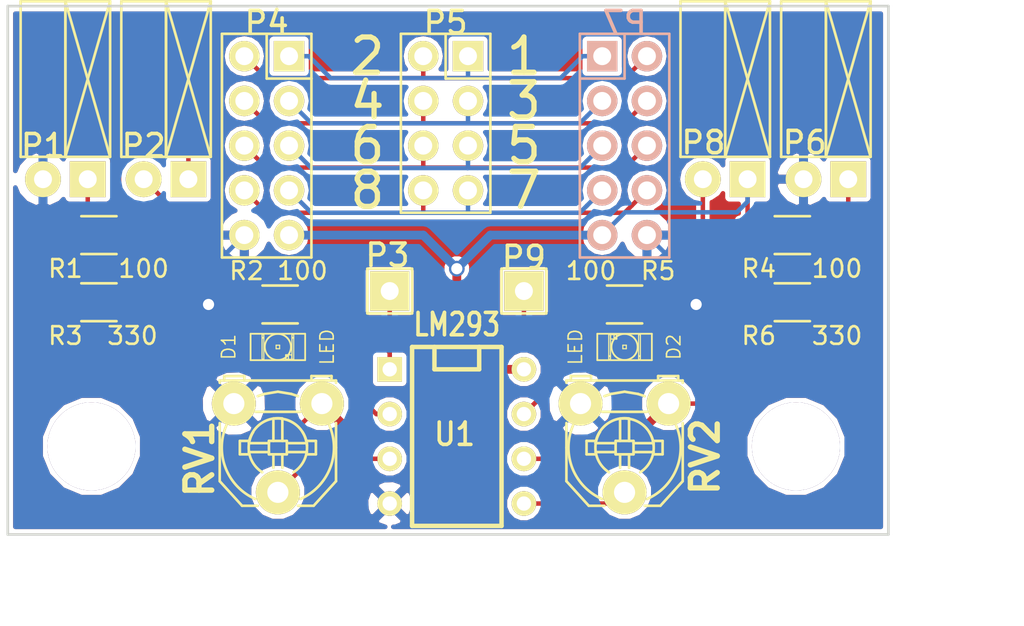
<source format=kicad_pcb>
(kicad_pcb (version 4) (host pcbnew "(2014-09-11 BZR 5128)-product")

  (general
    (links 48)
    (no_connects 0)
    (area 121.776067 89.900999 185.458334 127)
    (thickness 1.6)
    (drawings 15)
    (tracks 164)
    (zones 0)
    (modules 22)
    (nets 23)
  )

  (page A4)
  (layers
    (0 F.Cu signal)
    (31 B.Cu signal)
    (32 B.Adhes user)
    (33 F.Adhes user)
    (34 B.Paste user)
    (35 F.Paste user)
    (36 B.SilkS user)
    (37 F.SilkS user)
    (38 B.Mask user)
    (39 F.Mask user)
    (40 Dwgs.User user)
    (41 Cmts.User user)
    (42 Eco1.User user)
    (43 Eco2.User user)
    (44 Edge.Cuts user)
    (45 Margin user)
    (46 B.CrtYd user)
    (47 F.CrtYd user)
    (48 B.Fab user)
    (49 F.Fab user)
  )

  (setup
    (last_trace_width 0.254)
    (user_trace_width 0.254)
    (trace_clearance 0.254)
    (zone_clearance 0.2286)
    (zone_45_only no)
    (trace_min 0.254)
    (segment_width 0.2)
    (edge_width 0.15)
    (via_size 0.889)
    (via_drill 0.635)
    (via_min_size 0.889)
    (via_min_drill 0.508)
    (uvia_size 0.508)
    (uvia_drill 0.127)
    (uvias_allowed no)
    (uvia_min_size 0.508)
    (uvia_min_drill 0.127)
    (pcb_text_width 0.3)
    (pcb_text_size 1 1)
    (mod_edge_width 0.15)
    (mod_text_size 1 1)
    (mod_text_width 0.15)
    (pad_size 5.5 5.5)
    (pad_drill 5)
    (pad_to_mask_clearance 0)
    (aux_axis_origin 0 0)
    (visible_elements FFFFFF7F)
    (pcbplotparams
      (layerselection 0x010f0_80000001)
      (usegerberextensions true)
      (excludeedgelayer true)
      (linewidth 0.100000)
      (plotframeref false)
      (viasonmask false)
      (mode 1)
      (useauxorigin false)
      (hpglpennumber 1)
      (hpglpenspeed 20)
      (hpglpendiameter 15)
      (hpglpenoverlay 2)
      (psnegative false)
      (psa4output false)
      (plotreference true)
      (plotvalue true)
      (plotinvisibletext false)
      (padsonsilk false)
      (subtractmaskfromsilk false)
      (outputformat 1)
      (mirror false)
      (drillshape 0)
      (scaleselection 1)
      (outputdirectory gerbers/))
  )

  (net 0 "")
  (net 1 "Net-(D1-Pad1)")
  (net 2 GND)
  (net 3 +5V)
  (net 4 "Net-(RV1-Pad2)")
  (net 5 D1)
  (net 6 D2)
  (net 7 D3)
  (net 8 D4)
  (net 9 D5)
  (net 10 D6)
  (net 11 D7)
  (net 12 D8)
  (net 13 "Net-(D2-Pad1)")
  (net 14 "Net-(P6-Pad1)")
  (net 15 "Net-(RV2-Pad2)")
  (net 16 Vout1)
  (net 17 Vout2)
  (net 18 "Net-(P1-Pad1)")
  (net 19 "Net-(P2-Pad2)")
  (net 20 "Net-(P8-Pad2)")
  (net 21 "Net-(P10-Pad1)")
  (net 22 "Net-(P11-Pad1)")

  (net_class Default "This is the default net class."
    (clearance 0.254)
    (trace_width 0.254)
    (via_dia 0.889)
    (via_drill 0.635)
    (uvia_dia 0.508)
    (uvia_drill 0.127)
    (add_net D1)
    (add_net D2)
    (add_net D3)
    (add_net D4)
    (add_net D5)
    (add_net D6)
    (add_net D7)
    (add_net D8)
    (add_net GND)
    (add_net "Net-(D1-Pad1)")
    (add_net "Net-(D2-Pad1)")
    (add_net "Net-(P1-Pad1)")
    (add_net "Net-(P10-Pad1)")
    (add_net "Net-(P11-Pad1)")
    (add_net "Net-(P2-Pad2)")
    (add_net "Net-(P6-Pad1)")
    (add_net "Net-(P8-Pad2)")
    (add_net "Net-(RV1-Pad2)")
    (add_net "Net-(RV2-Pad2)")
    (add_net Vout1)
    (add_net Vout2)
  )

  (net_class Power ""
    (clearance 0.254)
    (trace_width 0.5)
    (via_dia 0.889)
    (via_drill 0.635)
    (uvia_dia 0.508)
    (uvia_drill 0.127)
    (add_net +5V)
  )

  (module Mounting_Holes:MountingHole_5mm (layer F.Cu) (tedit 5421D400) (tstamp 54238611)
    (at 129.75 115.5)
    (descr "Mounting hole, Befestigungsbohrung, 5mm, No Annular, Kein Restring,")
    (tags "Mounting hole, Befestigungsbohrung, 5mm, No Annular, Kein Restring,")
    (path /54231626)
    (fp_text reference P11 (at 0 0) (layer F.SilkS)
      (effects (font (thickness 0.3048)))
    )
    (fp_text value CONN_01X01 (at 0 7.00024) (layer F.SilkS) hide
      (effects (font (thickness 0.3048)))
    )
    (fp_circle (center 0 0) (end 5.00126 0) (layer Cmts.User) (width 0.381))
    (pad 1 thru_hole circle (at 0 0) (size 5.00126 5.00126) (drill 5.00126) (layers)
      (net 22 "Net-(P11-Pad1)"))
  )

  (module Mounting_Holes:MountingHole_5mm (layer F.Cu) (tedit 5421D400) (tstamp 5421D418)
    (at 169.75 115.5)
    (descr "Mounting hole, Befestigungsbohrung, 5mm, No Annular, Kein Restring,")
    (tags "Mounting hole, Befestigungsbohrung, 5mm, No Annular, Kein Restring,")
    (path /54231333)
    (fp_text reference P10 (at 0 0) (layer F.SilkS)
      (effects (font (thickness 0.3048)))
    )
    (fp_text value CONN_01X01 (at 0 7.00024) (layer F.SilkS) hide
      (effects (font (thickness 0.3048)))
    )
    (fp_circle (center 0 0) (end 5.00126 0) (layer Cmts.User) (width 0.381))
    (pad 1 thru_hole circle (at 0 0) (size 5.00126 5.00126) (drill 5.00126) (layers)
      (net 21 "Net-(P10-Pad1)"))
  )

  (module Resistors_SMD:R_1206_HandSoldering (layer F.Cu) (tedit 5418A20D) (tstamp 5421B6CA)
    (at 169.545 107.315)
    (descr "Resistor SMD 1206, hand soldering, Vishay (see dcrcw.pdf)")
    (tags "resistor 1206")
    (path /542233ED)
    (attr smd)
    (fp_text reference R6 (at -1.905 1.905) (layer F.SilkS)
      (effects (font (size 1 1) (thickness 0.15)))
    )
    (fp_text value 330 (at 2.54 1.905) (layer F.SilkS)
      (effects (font (size 1 1) (thickness 0.15)))
    )
    (fp_line (start 1 1.075) (end -1 1.075) (layer F.SilkS) (width 0.15))
    (fp_line (start -1 -1.075) (end 1 -1.075) (layer F.SilkS) (width 0.15))
    (pad 1 smd rect (at -2 0) (size 2 1.7) (layers F.Cu F.Paste F.Mask)
      (net 13 "Net-(D2-Pad1)"))
    (pad 2 smd rect (at 2 0) (size 2 1.7) (layers F.Cu F.Paste F.Mask)
      (net 3 +5V))
    (model Resistors_SMD/R_1206.wrl
      (at (xyz 0 0 0))
      (scale (xyz 1 1 1))
      (rotate (xyz 0 0 0))
    )
  )

  (module Socket_Strips:Socket_Strip_Straight_1x01 (layer F.Cu) (tedit 5421B49C) (tstamp 54237AF9)
    (at 154.305 106.68 90)
    (descr "Through hole socket strip")
    (tags "socket strip")
    (path /5422EDCA)
    (fp_text reference P9 (at 1.905 0 180) (layer F.SilkS)
      (effects (font (size 1.27 1.27) (thickness 0.2032)))
    )
    (fp_text value CONN_01X01 (at 0 0 90) (layer F.SilkS) hide
      (effects (font (size 1.27 1.27) (thickness 0.2032)))
    )
    (fp_line (start -1.27 -1.27) (end -1.27 1.27) (layer F.SilkS) (width 0.15))
    (fp_line (start -1.27 1.27) (end 1.27 1.27) (layer F.SilkS) (width 0.15))
    (fp_line (start 1.27 1.27) (end 1.27 -1.27) (layer F.SilkS) (width 0.15))
    (fp_line (start 1.27 -1.27) (end -1.27 -1.27) (layer F.SilkS) (width 0.15))
    (pad 1 thru_hole rect (at 0 0 90) (size 2.2352 2.2352) (drill 1.016) (layers *.Cu *.Mask F.SilkS)
      (net 17 Vout2))
    (model Socket_Strips/Socket_Strip_Straight_1x01.wrl
      (at (xyz 0 0 0))
      (scale (xyz 1 1 1))
      (rotate (xyz 0 0 0))
    )
  )

  (module Sockets_DIP:DIP-8__300 (layer F.Cu) (tedit 5421B49C) (tstamp 5421B6E4)
    (at 150.495 114.935 270)
    (descr "8 pins DIL package, round pads")
    (tags DIL)
    (path /5421A9FF)
    (fp_text reference U1 (at -0.127 0.127 360) (layer F.SilkS)
      (effects (font (size 1.27 1.143) (thickness 0.2032)))
    )
    (fp_text value LM293 (at -6.35 0 540) (layer F.SilkS)
      (effects (font (size 1.27 1.016) (thickness 0.2032)))
    )
    (fp_line (start -5.08 -1.27) (end -3.81 -1.27) (layer F.SilkS) (width 0.254))
    (fp_line (start -3.81 -1.27) (end -3.81 1.27) (layer F.SilkS) (width 0.254))
    (fp_line (start -3.81 1.27) (end -5.08 1.27) (layer F.SilkS) (width 0.254))
    (fp_line (start -5.08 -2.54) (end 5.08 -2.54) (layer F.SilkS) (width 0.254))
    (fp_line (start 5.08 -2.54) (end 5.08 2.54) (layer F.SilkS) (width 0.254))
    (fp_line (start 5.08 2.54) (end -5.08 2.54) (layer F.SilkS) (width 0.254))
    (fp_line (start -5.08 2.54) (end -5.08 -2.54) (layer F.SilkS) (width 0.254))
    (pad 1 thru_hole rect (at -3.81 3.81 270) (size 1.397 1.397) (drill 0.8128) (layers *.Cu *.Mask F.SilkS)
      (net 16 Vout1))
    (pad 2 thru_hole circle (at -1.27 3.81 270) (size 1.397 1.397) (drill 0.8128) (layers *.Cu *.Mask F.SilkS)
      (net 19 "Net-(P2-Pad2)"))
    (pad 3 thru_hole circle (at 1.27 3.81 270) (size 1.397 1.397) (drill 0.8128) (layers *.Cu *.Mask F.SilkS)
      (net 4 "Net-(RV1-Pad2)"))
    (pad 4 thru_hole circle (at 3.81 3.81 270) (size 1.397 1.397) (drill 0.8128) (layers *.Cu *.Mask F.SilkS)
      (net 2 GND))
    (pad 5 thru_hole circle (at 3.81 -3.81 270) (size 1.397 1.397) (drill 0.8128) (layers *.Cu *.Mask F.SilkS)
      (net 15 "Net-(RV2-Pad2)"))
    (pad 6 thru_hole circle (at 1.27 -3.81 270) (size 1.397 1.397) (drill 0.8128) (layers *.Cu *.Mask F.SilkS)
      (net 20 "Net-(P8-Pad2)"))
    (pad 7 thru_hole circle (at -1.27 -3.81 270) (size 1.397 1.397) (drill 0.8128) (layers *.Cu *.Mask F.SilkS)
      (net 17 Vout2))
    (pad 8 thru_hole circle (at -3.81 -3.81 270) (size 1.397 1.397) (drill 0.8128) (layers *.Cu *.Mask F.SilkS)
      (net 3 +5V))
    (model dil/dil_8.wrl
      (at (xyz 0 0 0))
      (scale (xyz 1 1 1))
      (rotate (xyz 0 0 0))
    )
  )

  (module Socket_Strips:Socket_Strip_Straight_1x01 (layer F.Cu) (tedit 5421B49C) (tstamp 5421B66D)
    (at 146.685 106.68 270)
    (descr "Through hole socket strip")
    (tags "socket strip")
    (path /5422ECFD)
    (fp_text reference P3 (at -2.032 0.127 360) (layer F.SilkS)
      (effects (font (size 1.27 1.27) (thickness 0.2032)))
    )
    (fp_text value CONN_01X01 (at 0 0 270) (layer F.SilkS) hide
      (effects (font (size 1.27 1.27) (thickness 0.2032)))
    )
    (fp_line (start -1.27 -1.27) (end -1.27 1.27) (layer F.SilkS) (width 0.15))
    (fp_line (start -1.27 1.27) (end 1.27 1.27) (layer F.SilkS) (width 0.15))
    (fp_line (start 1.27 1.27) (end 1.27 -1.27) (layer F.SilkS) (width 0.15))
    (fp_line (start 1.27 -1.27) (end -1.27 -1.27) (layer F.SilkS) (width 0.15))
    (pad 1 thru_hole rect (at 0 0 270) (size 2.2352 2.2352) (drill 1.016) (layers *.Cu *.Mask F.SilkS)
      (net 16 Vout1))
    (model Socket_Strips/Socket_Strip_Straight_1x01.wrl
      (at (xyz 0 0 0))
      (scale (xyz 1 1 1))
      (rotate (xyz 0 0 0))
    )
  )

  (module LEDs:LED-1206 (layer F.Cu) (tedit 5421B49C) (tstamp 5421B656)
    (at 140.335 109.855)
    (descr "LED 1206 smd package")
    (tags "LED1206 SMD")
    (path /5421730B)
    (attr smd)
    (fp_text reference D1 (at -2.794 0 90) (layer F.SilkS)
      (effects (font (size 0.762 0.762) (thickness 0.0889)))
    )
    (fp_text value LED (at 2.794 0 90) (layer F.SilkS)
      (effects (font (size 0.762 0.762) (thickness 0.0889)))
    )
    (fp_line (start -0.09906 0.09906) (end 0.09906 0.09906) (layer F.SilkS) (width 0.06604))
    (fp_line (start 0.09906 0.09906) (end 0.09906 -0.09906) (layer F.SilkS) (width 0.06604))
    (fp_line (start -0.09906 -0.09906) (end 0.09906 -0.09906) (layer F.SilkS) (width 0.06604))
    (fp_line (start -0.09906 0.09906) (end -0.09906 -0.09906) (layer F.SilkS) (width 0.06604))
    (fp_line (start 0.44958 0.6985) (end 0.79756 0.6985) (layer F.SilkS) (width 0.06604))
    (fp_line (start 0.79756 0.6985) (end 0.79756 0.44958) (layer F.SilkS) (width 0.06604))
    (fp_line (start 0.44958 0.44958) (end 0.79756 0.44958) (layer F.SilkS) (width 0.06604))
    (fp_line (start 0.44958 0.6985) (end 0.44958 0.44958) (layer F.SilkS) (width 0.06604))
    (fp_line (start 0.79756 0.6985) (end 0.89916 0.6985) (layer F.SilkS) (width 0.06604))
    (fp_line (start 0.89916 0.6985) (end 0.89916 -0.49784) (layer F.SilkS) (width 0.06604))
    (fp_line (start 0.79756 -0.49784) (end 0.89916 -0.49784) (layer F.SilkS) (width 0.06604))
    (fp_line (start 0.79756 0.6985) (end 0.79756 -0.49784) (layer F.SilkS) (width 0.06604))
    (fp_line (start 0.79756 -0.54864) (end 0.89916 -0.54864) (layer F.SilkS) (width 0.06604))
    (fp_line (start 0.89916 -0.54864) (end 0.89916 -0.6985) (layer F.SilkS) (width 0.06604))
    (fp_line (start 0.79756 -0.6985) (end 0.89916 -0.6985) (layer F.SilkS) (width 0.06604))
    (fp_line (start 0.79756 -0.54864) (end 0.79756 -0.6985) (layer F.SilkS) (width 0.06604))
    (fp_line (start -0.89916 0.6985) (end -0.79756 0.6985) (layer F.SilkS) (width 0.06604))
    (fp_line (start -0.79756 0.6985) (end -0.79756 -0.49784) (layer F.SilkS) (width 0.06604))
    (fp_line (start -0.89916 -0.49784) (end -0.79756 -0.49784) (layer F.SilkS) (width 0.06604))
    (fp_line (start -0.89916 0.6985) (end -0.89916 -0.49784) (layer F.SilkS) (width 0.06604))
    (fp_line (start -0.89916 -0.54864) (end -0.79756 -0.54864) (layer F.SilkS) (width 0.06604))
    (fp_line (start -0.79756 -0.54864) (end -0.79756 -0.6985) (layer F.SilkS) (width 0.06604))
    (fp_line (start -0.89916 -0.6985) (end -0.79756 -0.6985) (layer F.SilkS) (width 0.06604))
    (fp_line (start -0.89916 -0.54864) (end -0.89916 -0.6985) (layer F.SilkS) (width 0.06604))
    (fp_line (start 0.44958 0.6985) (end 0.59944 0.6985) (layer F.SilkS) (width 0.06604))
    (fp_line (start 0.59944 0.6985) (end 0.59944 0.44958) (layer F.SilkS) (width 0.06604))
    (fp_line (start 0.44958 0.44958) (end 0.59944 0.44958) (layer F.SilkS) (width 0.06604))
    (fp_line (start 0.44958 0.6985) (end 0.44958 0.44958) (layer F.SilkS) (width 0.06604))
    (fp_line (start 1.5494 0.7493) (end -1.5494 0.7493) (layer F.SilkS) (width 0.1016))
    (fp_line (start -1.5494 0.7493) (end -1.5494 -0.7493) (layer F.SilkS) (width 0.1016))
    (fp_line (start -1.5494 -0.7493) (end 1.5494 -0.7493) (layer F.SilkS) (width 0.1016))
    (fp_line (start 1.5494 -0.7493) (end 1.5494 0.7493) (layer F.SilkS) (width 0.1016))
    (fp_arc (start 0 0) (end 0.54864 0.49784) (angle 95.4) (layer F.SilkS) (width 0.1016))
    (fp_arc (start 0 0) (end -0.54864 0.49784) (angle 84.5) (layer F.SilkS) (width 0.1016))
    (fp_arc (start 0 0) (end -0.54864 -0.49784) (angle 95.4) (layer F.SilkS) (width 0.1016))
    (fp_arc (start 0 0) (end 0.54864 -0.49784) (angle 84.5) (layer F.SilkS) (width 0.1016))
    (pad 1 smd rect (at -1.41986 0) (size 1.59766 1.80086) (layers F.Cu F.Paste F.Mask)
      (net 1 "Net-(D1-Pad1)"))
    (pad 2 smd rect (at 1.41986 0) (size 1.59766 1.80086) (layers F.Cu F.Paste F.Mask)
      (net 16 Vout1))
  )

  (module Socket_Strips:Socket_Strip_Straight_2x05 (layer B.Cu) (tedit 5421B49C) (tstamp 5421B69B)
    (at 160.02 98.425 90)
    (descr "Through hole socket strip")
    (tags "socket strip")
    (path /5421918E)
    (fp_text reference P7 (at 6.985 0 360) (layer B.SilkS)
      (effects (font (size 1.27 1.27) (thickness 0.2032)) (justify mirror))
    )
    (fp_text value CONN_02X05 (at 0 0 90) (layer B.SilkS) hide
      (effects (font (size 1.27 1.27) (thickness 0.2032)) (justify mirror))
    )
    (fp_line (start 6.35 2.54) (end -6.35 2.54) (layer B.SilkS) (width 0.15))
    (fp_line (start -6.35 2.54) (end -6.35 -2.54) (layer B.SilkS) (width 0.15))
    (fp_line (start -6.35 -2.54) (end 3.81 -2.54) (layer B.SilkS) (width 0.15))
    (fp_line (start 6.35 2.54) (end 6.35 0) (layer B.SilkS) (width 0.15))
    (fp_line (start 6.35 -2.54) (end 3.81 -2.54) (layer B.SilkS) (width 0.15))
    (fp_line (start 6.35 0) (end 3.81 0) (layer B.SilkS) (width 0.15))
    (fp_line (start 3.81 0) (end 3.81 -2.54) (layer B.SilkS) (width 0.15))
    (fp_line (start 6.35 -2.54) (end 6.35 0) (layer B.SilkS) (width 0.15))
    (pad 1 thru_hole rect (at 5.08 -1.27 270) (size 1.7272 1.7272) (drill 1.016) (layers *.Cu *.Mask B.SilkS)
      (net 5 D1))
    (pad 2 thru_hole oval (at 5.08 1.27 270) (size 1.7272 1.7272) (drill 1.016) (layers *.Cu *.Mask B.SilkS)
      (net 6 D2))
    (pad 3 thru_hole oval (at 2.54 -1.27 270) (size 1.7272 1.7272) (drill 1.016) (layers *.Cu *.Mask B.SilkS)
      (net 7 D3))
    (pad 4 thru_hole oval (at 2.54 1.27 270) (size 1.7272 1.7272) (drill 1.016) (layers *.Cu *.Mask B.SilkS)
      (net 8 D4))
    (pad 5 thru_hole oval (at 0 -1.27 270) (size 1.7272 1.7272) (drill 1.016) (layers *.Cu *.Mask B.SilkS)
      (net 9 D5))
    (pad 6 thru_hole oval (at 0 1.27 270) (size 1.7272 1.7272) (drill 1.016) (layers *.Cu *.Mask B.SilkS)
      (net 10 D6))
    (pad 7 thru_hole oval (at -2.54 -1.27 270) (size 1.7272 1.7272) (drill 1.016) (layers *.Cu *.Mask B.SilkS)
      (net 11 D7))
    (pad 8 thru_hole oval (at -2.54 1.27 270) (size 1.7272 1.7272) (drill 1.016) (layers *.Cu *.Mask B.SilkS)
      (net 12 D8))
    (pad 9 thru_hole oval (at -5.08 -1.27 270) (size 1.7272 1.7272) (drill 1.016) (layers *.Cu *.Mask B.SilkS)
      (net 3 +5V))
    (pad 10 thru_hole oval (at -5.08 1.27 270) (size 1.7272 1.7272) (drill 1.016) (layers *.Cu *.Mask B.SilkS)
      (net 2 GND))
    (model Socket_Strips/Socket_Strip_Straight_2x05.wrl
      (at (xyz 0 0 0))
      (scale (xyz 1 1 1))
      (rotate (xyz 0 0 0))
    )
  )

  (module Resistors_SMD:R_1206_HandSoldering (layer F.Cu) (tedit 5418A20D) (tstamp 54234BF7)
    (at 140.462 107.442 180)
    (descr "Resistor SMD 1206, hand soldering, Vishay (see dcrcw.pdf)")
    (tags "resistor 1206")
    (path /541F6F7F)
    (attr smd)
    (fp_text reference R2 (at 1.905 1.905 180) (layer F.SilkS)
      (effects (font (size 1 1) (thickness 0.15)))
    )
    (fp_text value 100 (at -1.27 1.905 180) (layer F.SilkS)
      (effects (font (size 1 1) (thickness 0.15)))
    )
    (fp_line (start 1 1.075) (end -1 1.075) (layer F.SilkS) (width 0.15))
    (fp_line (start -1 -1.075) (end 1 -1.075) (layer F.SilkS) (width 0.15))
    (pad 1 smd rect (at -2 0 180) (size 2 1.7) (layers F.Cu F.Paste F.Mask)
      (net 19 "Net-(P2-Pad2)"))
    (pad 2 smd rect (at 2 0 180) (size 2 1.7) (layers F.Cu F.Paste F.Mask)
      (net 2 GND))
    (model Resistors_SMD/R_1206.wrl
      (at (xyz 0 0 0))
      (scale (xyz 1 1 1))
      (rotate (xyz 0 0 0))
    )
  )

  (module Potentiometers:Potentiometer_Triwood_RM-065 (layer F.Cu) (tedit 53FABC1B) (tstamp 5421B6D1)
    (at 140.335 115.57 180)
    (descr "Potentiometer, Trimmer, RM-065")
    (tags "Potentiometer, Trimmer, RM-065")
    (path /541F6AA9)
    (fp_text reference RV1 (at 4.445 -0.635 270) (layer F.SilkS)
      (effects (font (thickness 0.3048)))
    )
    (fp_text value POT (at 0 5.08 180) (layer F.SilkS) hide
      (effects (font (thickness 0.3048)))
    )
    (fp_line (start -0.254 -0.381) (end -0.254 -1.143) (layer F.SilkS) (width 0.15))
    (fp_line (start 0.254 -0.381) (end 0.254 -1.143) (layer F.SilkS) (width 0.15))
    (fp_arc (start 0 0) (end 1.651 0.254) (angle 90) (layer F.SilkS) (width 0.15))
    (fp_arc (start 0 0) (end 0.127 1.651) (angle 90) (layer F.SilkS) (width 0.15))
    (fp_arc (start 0 0) (end 0.889 -1.397) (angle 90) (layer F.SilkS) (width 0.15))
    (fp_arc (start 0 0) (end -1.397 0.889) (angle 90) (layer F.SilkS) (width 0.15))
    (fp_line (start -3.302 3.81) (end -3.302 3.683) (layer F.SilkS) (width 0.15))
    (fp_line (start -3.302 0) (end -3.302 1.397) (layer F.SilkS) (width 0.15))
    (fp_line (start 3.302 3.81) (end 3.302 3.683) (layer F.SilkS) (width 0.15))
    (fp_line (start 3.302 0) (end 3.302 1.397) (layer F.SilkS) (width 0.15))
    (fp_line (start -1.143 2.921) (end -0.762 3.048) (layer F.SilkS) (width 0.15))
    (fp_line (start -0.762 3.048) (end 0 3.175) (layer F.SilkS) (width 0.15))
    (fp_line (start 0 3.175) (end 0.762 3.048) (layer F.SilkS) (width 0.15))
    (fp_line (start 0.762 3.048) (end 1.143 2.921) (layer F.SilkS) (width 0.15))
    (fp_line (start -1.27 2.032) (end 1.27 2.032) (layer F.SilkS) (width 0.15))
    (fp_arc (start 0 0) (end 1.27 -2.921) (angle 90) (layer F.SilkS) (width 0.15))
    (fp_arc (start 0 0) (end -2.921 1.27) (angle 90) (layer F.SilkS) (width 0.15))
    (fp_line (start 2.032 -3.302) (end 1.143 -3.302) (layer F.SilkS) (width 0.15))
    (fp_line (start -1.143 -3.302) (end -2.032 -3.302) (layer F.SilkS) (width 0.15))
    (fp_line (start 1.651 -0.381) (end 2.159 -0.381) (layer F.SilkS) (width 0.15))
    (fp_line (start 2.159 -0.381) (end 2.159 0.381) (layer F.SilkS) (width 0.15))
    (fp_line (start 2.159 0.381) (end 1.651 0.381) (layer F.SilkS) (width 0.15))
    (fp_line (start -1.651 -0.381) (end -2.159 -0.381) (layer F.SilkS) (width 0.15))
    (fp_line (start -2.159 -0.381) (end -2.159 0.381) (layer F.SilkS) (width 0.15))
    (fp_line (start -2.159 0.381) (end -1.651 0.381) (layer F.SilkS) (width 0.15))
    (fp_line (start 0.508 0.254) (end 1.651 0.254) (layer F.SilkS) (width 0.15))
    (fp_line (start 0.508 -0.254) (end 1.651 -0.254) (layer F.SilkS) (width 0.15))
    (fp_line (start -0.508 0.254) (end -1.651 0.254) (layer F.SilkS) (width 0.15))
    (fp_line (start -0.508 -0.254) (end -1.651 -0.254) (layer F.SilkS) (width 0.15))
    (fp_line (start 0.254 0.381) (end 0.254 1.651) (layer F.SilkS) (width 0.15))
    (fp_line (start -0.254 0.381) (end -0.254 1.651) (layer F.SilkS) (width 0.15))
    (fp_line (start -0.508 -0.381) (end -0.508 0.381) (layer F.SilkS) (width 0.15))
    (fp_line (start -0.508 0.381) (end 0.508 0.381) (layer F.SilkS) (width 0.15))
    (fp_line (start 0.508 0.381) (end 0.508 -0.381) (layer F.SilkS) (width 0.15))
    (fp_line (start 0.508 -0.381) (end -0.508 -0.381) (layer F.SilkS) (width 0.15))
    (fp_line (start -2.032 -3.302) (end -3.302 -1.905) (layer F.SilkS) (width 0.15))
    (fp_line (start -3.302 -1.905) (end -3.302 0) (layer F.SilkS) (width 0.15))
    (fp_line (start 2.032 -3.302) (end 3.302 -1.905) (layer F.SilkS) (width 0.15))
    (fp_line (start 3.302 -1.905) (end 3.302 0) (layer F.SilkS) (width 0.15))
    (fp_line (start 3.048 3.81) (end 3.048 4.064) (layer F.SilkS) (width 0.15))
    (fp_line (start 3.048 4.064) (end 1.905 4.064) (layer F.SilkS) (width 0.15))
    (fp_line (start 1.905 4.064) (end 1.905 3.81) (layer F.SilkS) (width 0.15))
    (fp_line (start -3.048 3.81) (end -3.048 4.064) (layer F.SilkS) (width 0.15))
    (fp_line (start -3.048 4.064) (end -1.905 4.064) (layer F.SilkS) (width 0.15))
    (fp_line (start -1.905 4.064) (end -1.905 3.81) (layer F.SilkS) (width 0.15))
    (fp_line (start -3.302 3.81) (end 3.302 3.81) (layer F.SilkS) (width 0.15))
    (pad 2 thru_hole circle (at 0 -2.54 180) (size 2.49936 2.49936) (drill 1.19888) (layers *.Cu *.Mask F.SilkS)
      (net 4 "Net-(RV1-Pad2)"))
    (pad 3 thru_hole circle (at 2.49936 2.49936 180) (size 2.49936 2.49936) (drill 1.19888) (layers *.Cu *.Mask F.SilkS)
      (net 2 GND))
    (pad 1 thru_hole circle (at -2.49936 2.49936 180) (size 2.49936 2.49936) (drill 1.19888) (layers *.Cu *.Mask F.SilkS)
      (net 3 +5V))
    (model pot_Triwood_RM-065.wrl
      (at (xyz 0 0 0))
      (scale (xyz 4 4 4))
      (rotate (xyz 0 0 0))
    )
  )

  (module LEDs:LED-1206 (layer F.Cu) (tedit 5421B49C) (tstamp 54237627)
    (at 160.02 109.855 180)
    (descr "LED 1206 smd package")
    (tags "LED1206 SMD")
    (path /542233F3)
    (attr smd)
    (fp_text reference D2 (at -2.794 0 270) (layer F.SilkS)
      (effects (font (size 0.762 0.762) (thickness 0.0889)))
    )
    (fp_text value LED (at 2.794 0 270) (layer F.SilkS)
      (effects (font (size 0.762 0.762) (thickness 0.0889)))
    )
    (fp_line (start -0.09906 0.09906) (end 0.09906 0.09906) (layer F.SilkS) (width 0.06604))
    (fp_line (start 0.09906 0.09906) (end 0.09906 -0.09906) (layer F.SilkS) (width 0.06604))
    (fp_line (start -0.09906 -0.09906) (end 0.09906 -0.09906) (layer F.SilkS) (width 0.06604))
    (fp_line (start -0.09906 0.09906) (end -0.09906 -0.09906) (layer F.SilkS) (width 0.06604))
    (fp_line (start 0.44958 0.6985) (end 0.79756 0.6985) (layer F.SilkS) (width 0.06604))
    (fp_line (start 0.79756 0.6985) (end 0.79756 0.44958) (layer F.SilkS) (width 0.06604))
    (fp_line (start 0.44958 0.44958) (end 0.79756 0.44958) (layer F.SilkS) (width 0.06604))
    (fp_line (start 0.44958 0.6985) (end 0.44958 0.44958) (layer F.SilkS) (width 0.06604))
    (fp_line (start 0.79756 0.6985) (end 0.89916 0.6985) (layer F.SilkS) (width 0.06604))
    (fp_line (start 0.89916 0.6985) (end 0.89916 -0.49784) (layer F.SilkS) (width 0.06604))
    (fp_line (start 0.79756 -0.49784) (end 0.89916 -0.49784) (layer F.SilkS) (width 0.06604))
    (fp_line (start 0.79756 0.6985) (end 0.79756 -0.49784) (layer F.SilkS) (width 0.06604))
    (fp_line (start 0.79756 -0.54864) (end 0.89916 -0.54864) (layer F.SilkS) (width 0.06604))
    (fp_line (start 0.89916 -0.54864) (end 0.89916 -0.6985) (layer F.SilkS) (width 0.06604))
    (fp_line (start 0.79756 -0.6985) (end 0.89916 -0.6985) (layer F.SilkS) (width 0.06604))
    (fp_line (start 0.79756 -0.54864) (end 0.79756 -0.6985) (layer F.SilkS) (width 0.06604))
    (fp_line (start -0.89916 0.6985) (end -0.79756 0.6985) (layer F.SilkS) (width 0.06604))
    (fp_line (start -0.79756 0.6985) (end -0.79756 -0.49784) (layer F.SilkS) (width 0.06604))
    (fp_line (start -0.89916 -0.49784) (end -0.79756 -0.49784) (layer F.SilkS) (width 0.06604))
    (fp_line (start -0.89916 0.6985) (end -0.89916 -0.49784) (layer F.SilkS) (width 0.06604))
    (fp_line (start -0.89916 -0.54864) (end -0.79756 -0.54864) (layer F.SilkS) (width 0.06604))
    (fp_line (start -0.79756 -0.54864) (end -0.79756 -0.6985) (layer F.SilkS) (width 0.06604))
    (fp_line (start -0.89916 -0.6985) (end -0.79756 -0.6985) (layer F.SilkS) (width 0.06604))
    (fp_line (start -0.89916 -0.54864) (end -0.89916 -0.6985) (layer F.SilkS) (width 0.06604))
    (fp_line (start 0.44958 0.6985) (end 0.59944 0.6985) (layer F.SilkS) (width 0.06604))
    (fp_line (start 0.59944 0.6985) (end 0.59944 0.44958) (layer F.SilkS) (width 0.06604))
    (fp_line (start 0.44958 0.44958) (end 0.59944 0.44958) (layer F.SilkS) (width 0.06604))
    (fp_line (start 0.44958 0.6985) (end 0.44958 0.44958) (layer F.SilkS) (width 0.06604))
    (fp_line (start 1.5494 0.7493) (end -1.5494 0.7493) (layer F.SilkS) (width 0.1016))
    (fp_line (start -1.5494 0.7493) (end -1.5494 -0.7493) (layer F.SilkS) (width 0.1016))
    (fp_line (start -1.5494 -0.7493) (end 1.5494 -0.7493) (layer F.SilkS) (width 0.1016))
    (fp_line (start 1.5494 -0.7493) (end 1.5494 0.7493) (layer F.SilkS) (width 0.1016))
    (fp_arc (start 0 0) (end 0.54864 0.49784) (angle 95.4) (layer F.SilkS) (width 0.1016))
    (fp_arc (start 0 0) (end -0.54864 0.49784) (angle 84.5) (layer F.SilkS) (width 0.1016))
    (fp_arc (start 0 0) (end -0.54864 -0.49784) (angle 95.4) (layer F.SilkS) (width 0.1016))
    (fp_arc (start 0 0) (end 0.54864 -0.49784) (angle 84.5) (layer F.SilkS) (width 0.1016))
    (pad 1 smd rect (at -1.41986 0 180) (size 1.59766 1.80086) (layers F.Cu F.Paste F.Mask)
      (net 13 "Net-(D2-Pad1)"))
    (pad 2 smd rect (at 1.41986 0 180) (size 1.59766 1.80086) (layers F.Cu F.Paste F.Mask)
      (net 17 Vout2))
  )

  (module Potentiometers:Potentiometer_Triwood_RM-065 (layer F.Cu) (tedit 53FABC1B) (tstamp 5421B6D8)
    (at 160.02 115.57 180)
    (descr "Potentiometer, Trimmer, RM-065")
    (tags "Potentiometer, Trimmer, RM-065")
    (path /542233DB)
    (fp_text reference RV2 (at -4.572 -0.508 270) (layer F.SilkS)
      (effects (font (thickness 0.3048)))
    )
    (fp_text value POT (at 0 5.08 180) (layer F.SilkS) hide
      (effects (font (thickness 0.3048)))
    )
    (fp_line (start -0.254 -0.381) (end -0.254 -1.143) (layer F.SilkS) (width 0.15))
    (fp_line (start 0.254 -0.381) (end 0.254 -1.143) (layer F.SilkS) (width 0.15))
    (fp_arc (start 0 0) (end 1.651 0.254) (angle 90) (layer F.SilkS) (width 0.15))
    (fp_arc (start 0 0) (end 0.127 1.651) (angle 90) (layer F.SilkS) (width 0.15))
    (fp_arc (start 0 0) (end 0.889 -1.397) (angle 90) (layer F.SilkS) (width 0.15))
    (fp_arc (start 0 0) (end -1.397 0.889) (angle 90) (layer F.SilkS) (width 0.15))
    (fp_line (start -3.302 3.81) (end -3.302 3.683) (layer F.SilkS) (width 0.15))
    (fp_line (start -3.302 0) (end -3.302 1.397) (layer F.SilkS) (width 0.15))
    (fp_line (start 3.302 3.81) (end 3.302 3.683) (layer F.SilkS) (width 0.15))
    (fp_line (start 3.302 0) (end 3.302 1.397) (layer F.SilkS) (width 0.15))
    (fp_line (start -1.143 2.921) (end -0.762 3.048) (layer F.SilkS) (width 0.15))
    (fp_line (start -0.762 3.048) (end 0 3.175) (layer F.SilkS) (width 0.15))
    (fp_line (start 0 3.175) (end 0.762 3.048) (layer F.SilkS) (width 0.15))
    (fp_line (start 0.762 3.048) (end 1.143 2.921) (layer F.SilkS) (width 0.15))
    (fp_line (start -1.27 2.032) (end 1.27 2.032) (layer F.SilkS) (width 0.15))
    (fp_arc (start 0 0) (end 1.27 -2.921) (angle 90) (layer F.SilkS) (width 0.15))
    (fp_arc (start 0 0) (end -2.921 1.27) (angle 90) (layer F.SilkS) (width 0.15))
    (fp_line (start 2.032 -3.302) (end 1.143 -3.302) (layer F.SilkS) (width 0.15))
    (fp_line (start -1.143 -3.302) (end -2.032 -3.302) (layer F.SilkS) (width 0.15))
    (fp_line (start 1.651 -0.381) (end 2.159 -0.381) (layer F.SilkS) (width 0.15))
    (fp_line (start 2.159 -0.381) (end 2.159 0.381) (layer F.SilkS) (width 0.15))
    (fp_line (start 2.159 0.381) (end 1.651 0.381) (layer F.SilkS) (width 0.15))
    (fp_line (start -1.651 -0.381) (end -2.159 -0.381) (layer F.SilkS) (width 0.15))
    (fp_line (start -2.159 -0.381) (end -2.159 0.381) (layer F.SilkS) (width 0.15))
    (fp_line (start -2.159 0.381) (end -1.651 0.381) (layer F.SilkS) (width 0.15))
    (fp_line (start 0.508 0.254) (end 1.651 0.254) (layer F.SilkS) (width 0.15))
    (fp_line (start 0.508 -0.254) (end 1.651 -0.254) (layer F.SilkS) (width 0.15))
    (fp_line (start -0.508 0.254) (end -1.651 0.254) (layer F.SilkS) (width 0.15))
    (fp_line (start -0.508 -0.254) (end -1.651 -0.254) (layer F.SilkS) (width 0.15))
    (fp_line (start 0.254 0.381) (end 0.254 1.651) (layer F.SilkS) (width 0.15))
    (fp_line (start -0.254 0.381) (end -0.254 1.651) (layer F.SilkS) (width 0.15))
    (fp_line (start -0.508 -0.381) (end -0.508 0.381) (layer F.SilkS) (width 0.15))
    (fp_line (start -0.508 0.381) (end 0.508 0.381) (layer F.SilkS) (width 0.15))
    (fp_line (start 0.508 0.381) (end 0.508 -0.381) (layer F.SilkS) (width 0.15))
    (fp_line (start 0.508 -0.381) (end -0.508 -0.381) (layer F.SilkS) (width 0.15))
    (fp_line (start -2.032 -3.302) (end -3.302 -1.905) (layer F.SilkS) (width 0.15))
    (fp_line (start -3.302 -1.905) (end -3.302 0) (layer F.SilkS) (width 0.15))
    (fp_line (start 2.032 -3.302) (end 3.302 -1.905) (layer F.SilkS) (width 0.15))
    (fp_line (start 3.302 -1.905) (end 3.302 0) (layer F.SilkS) (width 0.15))
    (fp_line (start 3.048 3.81) (end 3.048 4.064) (layer F.SilkS) (width 0.15))
    (fp_line (start 3.048 4.064) (end 1.905 4.064) (layer F.SilkS) (width 0.15))
    (fp_line (start 1.905 4.064) (end 1.905 3.81) (layer F.SilkS) (width 0.15))
    (fp_line (start -3.048 3.81) (end -3.048 4.064) (layer F.SilkS) (width 0.15))
    (fp_line (start -3.048 4.064) (end -1.905 4.064) (layer F.SilkS) (width 0.15))
    (fp_line (start -1.905 4.064) (end -1.905 3.81) (layer F.SilkS) (width 0.15))
    (fp_line (start -3.302 3.81) (end 3.302 3.81) (layer F.SilkS) (width 0.15))
    (pad 2 thru_hole circle (at 0 -2.54 180) (size 2.49936 2.49936) (drill 1.19888) (layers *.Cu *.Mask F.SilkS)
      (net 15 "Net-(RV2-Pad2)"))
    (pad 3 thru_hole circle (at 2.49936 2.49936 180) (size 2.49936 2.49936) (drill 1.19888) (layers *.Cu *.Mask F.SilkS)
      (net 2 GND))
    (pad 1 thru_hole circle (at -2.49936 2.49936 180) (size 2.49936 2.49936) (drill 1.19888) (layers *.Cu *.Mask F.SilkS)
      (net 3 +5V))
    (model pot_Triwood_RM-065.wrl
      (at (xyz 0 0 0))
      (scale (xyz 4 4 4))
      (rotate (xyz 0 0 0))
    )
  )

  (module Resistors_SMD:R_1206_HandSoldering (layer F.Cu) (tedit 5418A20D) (tstamp 54238005)
    (at 130.175 103.505 180)
    (descr "Resistor SMD 1206, hand soldering, Vishay (see dcrcw.pdf)")
    (tags "resistor 1206")
    (path /541F72E9)
    (attr smd)
    (fp_text reference R1 (at 1.905 -1.905 180) (layer F.SilkS)
      (effects (font (size 1 1) (thickness 0.15)))
    )
    (fp_text value 100 (at -2.54 -1.905 180) (layer F.SilkS)
      (effects (font (size 1 1) (thickness 0.15)))
    )
    (fp_line (start 1 1.075) (end -1 1.075) (layer F.SilkS) (width 0.15))
    (fp_line (start -1 -1.075) (end 1 -1.075) (layer F.SilkS) (width 0.15))
    (pad 1 smd rect (at -2 0 180) (size 2 1.7) (layers F.Cu F.Paste F.Mask)
      (net 3 +5V))
    (pad 2 smd rect (at 2 0 180) (size 2 1.7) (layers F.Cu F.Paste F.Mask)
      (net 18 "Net-(P1-Pad1)"))
    (model Resistors_SMD/R_1206.wrl
      (at (xyz 0 0 0))
      (scale (xyz 1 1 1))
      (rotate (xyz 0 0 0))
    )
  )

  (module Socket_Strips:Socket_Strip_Straight_2x04 (layer F.Cu) (tedit 5421B49C) (tstamp 54236FEA)
    (at 149.86 97.155 90)
    (descr "Through hole socket strip")
    (tags "socket strip")
    (path /5422BF36)
    (fp_text reference P5 (at 5.715 0 180) (layer F.SilkS)
      (effects (font (size 1.27 1.27) (thickness 0.2032)))
    )
    (fp_text value CONN_02X04 (at 0 0 90) (layer F.SilkS) hide
      (effects (font (size 1.27 1.27) (thickness 0.2032)))
    )
    (fp_line (start 2.54 2.54) (end -5.08 2.54) (layer F.SilkS) (width 0.15))
    (fp_line (start -5.08 2.54) (end -5.08 -2.54) (layer F.SilkS) (width 0.15))
    (fp_line (start -5.08 -2.54) (end 5.08 -2.54) (layer F.SilkS) (width 0.15))
    (fp_line (start 5.08 -2.54) (end 5.08 0) (layer F.SilkS) (width 0.15))
    (fp_line (start 5.08 2.54) (end 2.54 2.54) (layer F.SilkS) (width 0.15))
    (fp_line (start 5.08 0) (end 2.54 0) (layer F.SilkS) (width 0.15))
    (fp_line (start 2.54 0) (end 2.54 2.54) (layer F.SilkS) (width 0.15))
    (fp_line (start 5.08 2.54) (end 5.08 0) (layer F.SilkS) (width 0.15))
    (pad 1 thru_hole rect (at 3.81 1.27 270) (size 1.7272 1.7272) (drill 1.016) (layers *.Cu *.Mask F.SilkS)
      (net 5 D1))
    (pad 2 thru_hole oval (at 3.81 -1.27 270) (size 1.7272 1.7272) (drill 1.016) (layers *.Cu *.Mask F.SilkS)
      (net 6 D2))
    (pad 3 thru_hole oval (at 1.27 1.27 270) (size 1.7272 1.7272) (drill 1.016) (layers *.Cu *.Mask F.SilkS)
      (net 7 D3))
    (pad 4 thru_hole oval (at 1.27 -1.27 270) (size 1.7272 1.7272) (drill 1.016) (layers *.Cu *.Mask F.SilkS)
      (net 8 D4))
    (pad 5 thru_hole oval (at -1.27 1.27 270) (size 1.7272 1.7272) (drill 1.016) (layers *.Cu *.Mask F.SilkS)
      (net 9 D5))
    (pad 6 thru_hole oval (at -1.27 -1.27 270) (size 1.7272 1.7272) (drill 1.016) (layers *.Cu *.Mask F.SilkS)
      (net 10 D6))
    (pad 7 thru_hole oval (at -3.81 1.27 270) (size 1.7272 1.7272) (drill 1.016) (layers *.Cu *.Mask F.SilkS)
      (net 11 D7))
    (pad 8 thru_hole oval (at -3.81 -1.27 270) (size 1.7272 1.7272) (drill 1.016) (layers *.Cu *.Mask F.SilkS)
      (net 12 D8))
    (model Socket_Strips/Socket_Strip_Straight_2x04.wrl
      (at (xyz 0 0 0))
      (scale (xyz 1 1 1))
      (rotate (xyz 0 0 0))
    )
  )

  (module Socket_Strips:Socket_Strip_Straight_2x05 (layer F.Cu) (tedit 5421B49C) (tstamp 5421B7EE)
    (at 139.7 98.425 90)
    (descr "Through hole socket strip")
    (tags "socket strip")
    (path /5421882D)
    (fp_text reference P4 (at 6.985 0 180) (layer F.SilkS)
      (effects (font (size 1.27 1.27) (thickness 0.2032)))
    )
    (fp_text value CONN_02X05 (at 0 0 90) (layer F.SilkS) hide
      (effects (font (size 1.27 1.27) (thickness 0.2032)))
    )
    (fp_line (start 6.35 -2.54) (end -6.35 -2.54) (layer F.SilkS) (width 0.15))
    (fp_line (start -6.35 -2.54) (end -6.35 2.54) (layer F.SilkS) (width 0.15))
    (fp_line (start -6.35 2.54) (end 3.81 2.54) (layer F.SilkS) (width 0.15))
    (fp_line (start 6.35 -2.54) (end 6.35 0) (layer F.SilkS) (width 0.15))
    (fp_line (start 6.35 2.54) (end 3.81 2.54) (layer F.SilkS) (width 0.15))
    (fp_line (start 6.35 0) (end 3.81 0) (layer F.SilkS) (width 0.15))
    (fp_line (start 3.81 0) (end 3.81 2.54) (layer F.SilkS) (width 0.15))
    (fp_line (start 6.35 2.54) (end 6.35 0) (layer F.SilkS) (width 0.15))
    (pad 1 thru_hole rect (at 5.08 1.27 270) (size 1.7272 1.7272) (drill 1.016) (layers *.Cu *.Mask F.SilkS)
      (net 5 D1))
    (pad 2 thru_hole oval (at 5.08 -1.27 270) (size 1.7272 1.7272) (drill 1.016) (layers *.Cu *.Mask F.SilkS)
      (net 6 D2))
    (pad 3 thru_hole oval (at 2.54 1.27 270) (size 1.7272 1.7272) (drill 1.016) (layers *.Cu *.Mask F.SilkS)
      (net 7 D3))
    (pad 4 thru_hole oval (at 2.54 -1.27 270) (size 1.7272 1.7272) (drill 1.016) (layers *.Cu *.Mask F.SilkS)
      (net 8 D4))
    (pad 5 thru_hole oval (at 0 1.27 270) (size 1.7272 1.7272) (drill 1.016) (layers *.Cu *.Mask F.SilkS)
      (net 9 D5))
    (pad 6 thru_hole oval (at 0 -1.27 270) (size 1.7272 1.7272) (drill 1.016) (layers *.Cu *.Mask F.SilkS)
      (net 10 D6))
    (pad 7 thru_hole oval (at -2.54 1.27 270) (size 1.7272 1.7272) (drill 1.016) (layers *.Cu *.Mask F.SilkS)
      (net 11 D7))
    (pad 8 thru_hole oval (at -2.54 -1.27 270) (size 1.7272 1.7272) (drill 1.016) (layers *.Cu *.Mask F.SilkS)
      (net 12 D8))
    (pad 9 thru_hole oval (at -5.08 1.27 270) (size 1.7272 1.7272) (drill 1.016) (layers *.Cu *.Mask F.SilkS)
      (net 3 +5V))
    (pad 10 thru_hole oval (at -5.08 -1.27 270) (size 1.7272 1.7272) (drill 1.016) (layers *.Cu *.Mask F.SilkS)
      (net 2 GND))
    (model Socket_Strips/Socket_Strip_Straight_2x05.wrl
      (at (xyz 0 0 0))
      (scale (xyz 1 1 1))
      (rotate (xyz 0 0 0))
    )
  )

  (module Resistors_SMD:R_1206_HandSoldering (layer F.Cu) (tedit 5418A20D) (tstamp 54238029)
    (at 130.175 107.315 180)
    (descr "Resistor SMD 1206, hand soldering, Vishay (see dcrcw.pdf)")
    (tags "resistor 1206")
    (path /54215E05)
    (attr smd)
    (fp_text reference R3 (at 1.905 -1.905 180) (layer F.SilkS)
      (effects (font (size 1 1) (thickness 0.15)))
    )
    (fp_text value 330 (at -1.905 -1.905 180) (layer F.SilkS)
      (effects (font (size 1 1) (thickness 0.15)))
    )
    (fp_line (start 1 1.075) (end -1 1.075) (layer F.SilkS) (width 0.15))
    (fp_line (start -1 -1.075) (end 1 -1.075) (layer F.SilkS) (width 0.15))
    (pad 1 smd rect (at -2 0 180) (size 2 1.7) (layers F.Cu F.Paste F.Mask)
      (net 1 "Net-(D1-Pad1)"))
    (pad 2 smd rect (at 2 0 180) (size 2 1.7) (layers F.Cu F.Paste F.Mask)
      (net 3 +5V))
    (model Resistors_SMD/R_1206.wrl
      (at (xyz 0 0 0))
      (scale (xyz 1 1 1))
      (rotate (xyz 0 0 0))
    )
  )

  (module Resistors_SMD:R_1206_HandSoldering (layer F.Cu) (tedit 5418A20D) (tstamp 54237557)
    (at 169.545 103.505)
    (descr "Resistor SMD 1206, hand soldering, Vishay (see dcrcw.pdf)")
    (tags "resistor 1206")
    (path /542233E7)
    (attr smd)
    (fp_text reference R4 (at -1.905 1.905) (layer F.SilkS)
      (effects (font (size 1 1) (thickness 0.15)))
    )
    (fp_text value 100 (at 2.54 1.905) (layer F.SilkS)
      (effects (font (size 1 1) (thickness 0.15)))
    )
    (fp_line (start 1 1.075) (end -1 1.075) (layer F.SilkS) (width 0.15))
    (fp_line (start -1 -1.075) (end 1 -1.075) (layer F.SilkS) (width 0.15))
    (pad 1 smd rect (at -2 0) (size 2 1.7) (layers F.Cu F.Paste F.Mask)
      (net 3 +5V))
    (pad 2 smd rect (at 2 0) (size 2 1.7) (layers F.Cu F.Paste F.Mask)
      (net 14 "Net-(P6-Pad1)"))
    (model Resistors_SMD/R_1206.wrl
      (at (xyz 0 0 0))
      (scale (xyz 1 1 1))
      (rotate (xyz 0 0 0))
    )
  )

  (module Resistors_SMD:R_1206_HandSoldering (layer F.Cu) (tedit 5418A20D) (tstamp 54237ADD)
    (at 160.02 107.442)
    (descr "Resistor SMD 1206, hand soldering, Vishay (see dcrcw.pdf)")
    (tags "resistor 1206")
    (path /542233E1)
    (attr smd)
    (fp_text reference R5 (at 1.905 -1.905) (layer F.SilkS)
      (effects (font (size 1 1) (thickness 0.15)))
    )
    (fp_text value 100 (at -1.905 -1.905) (layer F.SilkS)
      (effects (font (size 1 1) (thickness 0.15)))
    )
    (fp_line (start 1 1.075) (end -1 1.075) (layer F.SilkS) (width 0.15))
    (fp_line (start -1 -1.075) (end 1 -1.075) (layer F.SilkS) (width 0.15))
    (pad 1 smd rect (at -2 0) (size 2 1.7) (layers F.Cu F.Paste F.Mask)
      (net 20 "Net-(P8-Pad2)"))
    (pad 2 smd rect (at 2 0) (size 2 1.7) (layers F.Cu F.Paste F.Mask)
      (net 2 GND))
    (model Resistors_SMD/R_1206.wrl
      (at (xyz 0 0 0))
      (scale (xyz 1 1 1))
      (rotate (xyz 0 0 0))
    )
  )

  (module Socket_Strips:Socket_Strip_Angled_1x02 (layer F.Cu) (tedit 542352BF) (tstamp 54237CE1)
    (at 128.27 100.33)
    (descr "Through hole socket strip")
    (tags "socket strip")
    (path /5421F811)
    (fp_text reference P1 (at -1.27 -1.905) (layer F.SilkS)
      (effects (font (size 1.27 1.27) (thickness 0.2032)))
    )
    (fp_text value CONN_01X02 (at 0 0) (layer F.SilkS) hide
      (effects (font (size 1.27 1.27) (thickness 0.2032)))
    )
    (fp_line (start -2.54 -10.1) (end -2.54 -1.27) (layer F.SilkS) (width 0.15))
    (fp_line (start 0 -10.1) (end -2.54 -10.1) (layer F.SilkS) (width 0.15))
    (fp_line (start 0 -1.27) (end 0 -10.1) (layer F.SilkS) (width 0.15))
    (fp_line (start 0 -1.27) (end -2.54 -1.27) (layer F.SilkS) (width 0.15))
    (fp_line (start 2.54 -1.27) (end 0 -1.27) (layer F.SilkS) (width 0.15))
    (fp_line (start 2.54 -1.27) (end 0 -10.1) (layer F.SilkS) (width 0.15))
    (fp_line (start 2.54 -10.1) (end 0 -1.27) (layer F.SilkS) (width 0.15))
    (fp_line (start 2.54 -1.27) (end 2.54 -10.1) (layer F.SilkS) (width 0.15))
    (fp_line (start 2.54 -10.1) (end 0 -10.1) (layer F.SilkS) (width 0.15))
    (fp_line (start 0 -10.1) (end 0 -1.27) (layer F.SilkS) (width 0.15))
    (pad 1 thru_hole rect (at 1.27 0 180) (size 2.032 2.032) (drill 1.016) (layers *.Cu *.Mask F.SilkS)
      (net 18 "Net-(P1-Pad1)"))
    (pad 2 thru_hole oval (at -1.27 0 180) (size 2.032 2.032) (drill 1.016) (layers *.Cu *.Mask F.SilkS)
      (net 2 GND))
    (model Socket_Strips/Socket_Strip_Angled_1x02.wrl
      (at (xyz 0 0 0))
      (scale (xyz 1 1 1))
      (rotate (xyz 0 0 0))
    )
  )

  (module Socket_Strips:Socket_Strip_Angled_1x02 (layer F.Cu) (tedit 542352BF) (tstamp 54236C4B)
    (at 133.985 100.33)
    (descr "Through hole socket strip")
    (tags "socket strip")
    (path /542215C4)
    (fp_text reference P2 (at -1.27 -1.905) (layer F.SilkS)
      (effects (font (size 1.27 1.27) (thickness 0.2032)))
    )
    (fp_text value CONN_01X02 (at 0 0) (layer F.SilkS) hide
      (effects (font (size 1.27 1.27) (thickness 0.2032)))
    )
    (fp_line (start -2.54 -10.1) (end -2.54 -1.27) (layer F.SilkS) (width 0.15))
    (fp_line (start 0 -10.1) (end -2.54 -10.1) (layer F.SilkS) (width 0.15))
    (fp_line (start 0 -1.27) (end 0 -10.1) (layer F.SilkS) (width 0.15))
    (fp_line (start 0 -1.27) (end -2.54 -1.27) (layer F.SilkS) (width 0.15))
    (fp_line (start 2.54 -1.27) (end 0 -1.27) (layer F.SilkS) (width 0.15))
    (fp_line (start 2.54 -1.27) (end 0 -10.1) (layer F.SilkS) (width 0.15))
    (fp_line (start 2.54 -10.1) (end 0 -1.27) (layer F.SilkS) (width 0.15))
    (fp_line (start 2.54 -1.27) (end 2.54 -10.1) (layer F.SilkS) (width 0.15))
    (fp_line (start 2.54 -10.1) (end 0 -10.1) (layer F.SilkS) (width 0.15))
    (fp_line (start 0 -10.1) (end 0 -1.27) (layer F.SilkS) (width 0.15))
    (pad 1 thru_hole rect (at 1.27 0 180) (size 2.032 2.032) (drill 1.016) (layers *.Cu *.Mask F.SilkS)
      (net 3 +5V))
    (pad 2 thru_hole oval (at -1.27 0 180) (size 2.032 2.032) (drill 1.016) (layers *.Cu *.Mask F.SilkS)
      (net 19 "Net-(P2-Pad2)"))
    (model Socket_Strips/Socket_Strip_Angled_1x02.wrl
      (at (xyz 0 0 0))
      (scale (xyz 1 1 1))
      (rotate (xyz 0 0 0))
    )
  )

  (module Socket_Strips:Socket_Strip_Angled_1x02 (layer F.Cu) (tedit 542352BF) (tstamp 54235448)
    (at 171.45 100.33)
    (descr "Through hole socket strip")
    (tags "socket strip")
    (path /54223418)
    (fp_text reference P6 (at -1.2 -2.08 180) (layer F.SilkS)
      (effects (font (size 1.27 1.27) (thickness 0.2032)))
    )
    (fp_text value CONN_01X02 (at 0 0) (layer F.SilkS) hide
      (effects (font (size 1.27 1.27) (thickness 0.2032)))
    )
    (fp_line (start -2.54 -10.1) (end -2.54 -1.27) (layer F.SilkS) (width 0.15))
    (fp_line (start 0 -10.1) (end -2.54 -10.1) (layer F.SilkS) (width 0.15))
    (fp_line (start 0 -1.27) (end 0 -10.1) (layer F.SilkS) (width 0.15))
    (fp_line (start 0 -1.27) (end -2.54 -1.27) (layer F.SilkS) (width 0.15))
    (fp_line (start 2.54 -1.27) (end 0 -1.27) (layer F.SilkS) (width 0.15))
    (fp_line (start 2.54 -1.27) (end 0 -10.1) (layer F.SilkS) (width 0.15))
    (fp_line (start 2.54 -10.1) (end 0 -1.27) (layer F.SilkS) (width 0.15))
    (fp_line (start 2.54 -1.27) (end 2.54 -10.1) (layer F.SilkS) (width 0.15))
    (fp_line (start 2.54 -10.1) (end 0 -10.1) (layer F.SilkS) (width 0.15))
    (fp_line (start 0 -10.1) (end 0 -1.27) (layer F.SilkS) (width 0.15))
    (pad 1 thru_hole rect (at 1.27 0 180) (size 2.032 2.032) (drill 1.016) (layers *.Cu *.Mask F.SilkS)
      (net 14 "Net-(P6-Pad1)"))
    (pad 2 thru_hole oval (at -1.27 0 180) (size 2.032 2.032) (drill 1.016) (layers *.Cu *.Mask F.SilkS)
      (net 2 GND))
    (model Socket_Strips/Socket_Strip_Angled_1x02.wrl
      (at (xyz 0 0 0))
      (scale (xyz 1 1 1))
      (rotate (xyz 0 0 0))
    )
  )

  (module Socket_Strips:Socket_Strip_Angled_1x02 (layer F.Cu) (tedit 542352BF) (tstamp 5423544E)
    (at 165.735 100.33)
    (descr "Through hole socket strip")
    (tags "socket strip")
    (path /5422341E)
    (fp_text reference P8 (at -1.235 -2.08 180) (layer F.SilkS)
      (effects (font (size 1.27 1.27) (thickness 0.2032)))
    )
    (fp_text value CONN_01X02 (at 0 0) (layer F.SilkS) hide
      (effects (font (size 1.27 1.27) (thickness 0.2032)))
    )
    (fp_line (start -2.54 -10.1) (end -2.54 -1.27) (layer F.SilkS) (width 0.15))
    (fp_line (start 0 -10.1) (end -2.54 -10.1) (layer F.SilkS) (width 0.15))
    (fp_line (start 0 -1.27) (end 0 -10.1) (layer F.SilkS) (width 0.15))
    (fp_line (start 0 -1.27) (end -2.54 -1.27) (layer F.SilkS) (width 0.15))
    (fp_line (start 2.54 -1.27) (end 0 -1.27) (layer F.SilkS) (width 0.15))
    (fp_line (start 2.54 -1.27) (end 0 -10.1) (layer F.SilkS) (width 0.15))
    (fp_line (start 2.54 -10.1) (end 0 -1.27) (layer F.SilkS) (width 0.15))
    (fp_line (start 2.54 -1.27) (end 2.54 -10.1) (layer F.SilkS) (width 0.15))
    (fp_line (start 2.54 -10.1) (end 0 -10.1) (layer F.SilkS) (width 0.15))
    (fp_line (start 0 -10.1) (end 0 -1.27) (layer F.SilkS) (width 0.15))
    (pad 1 thru_hole rect (at 1.27 0 180) (size 2.032 2.032) (drill 1.016) (layers *.Cu *.Mask F.SilkS)
      (net 3 +5V))
    (pad 2 thru_hole oval (at -1.27 0 180) (size 2.032 2.032) (drill 1.016) (layers *.Cu *.Mask F.SilkS)
      (net 20 "Net-(P8-Pad2)"))
    (model Socket_Strips/Socket_Strip_Angled_1x02.wrl
      (at (xyz 0 0 0))
      (scale (xyz 1 1 1))
      (rotate (xyz 0 0 0))
    )
  )

  (dimension 40 (width 0.25) (layer Dwgs.User)
    (gr_text "40,000 mm" (at 149.75 123.499999) (layer Dwgs.User)
      (effects (font (size 1 1) (thickness 0.25)))
    )
    (feature1 (pts (xy 169.75 115.5) (xy 169.75 124.499999)))
    (feature2 (pts (xy 129.75 115.5) (xy 129.75 124.499999)))
    (crossbar (pts (xy 129.75 122.499999) (xy 169.75 122.499999)))
    (arrow1a (pts (xy 169.75 122.499999) (xy 168.623496 123.08642)))
    (arrow1b (pts (xy 169.75 122.499999) (xy 168.623496 121.913578)))
    (arrow2a (pts (xy 129.75 122.499999) (xy 130.876504 123.08642)))
    (arrow2b (pts (xy 129.75 122.499999) (xy 130.876504 121.913578)))
  )
  (dimension 30 (width 0.25) (layer Dwgs.User)
    (gr_text "30,000 mm" (at 181 105.5 270) (layer Dwgs.User)
      (effects (font (size 1 1) (thickness 0.25)))
    )
    (feature1 (pts (xy 175 120.5) (xy 182 120.5)))
    (feature2 (pts (xy 175 90.5) (xy 182 90.5)))
    (crossbar (pts (xy 180 90.5) (xy 180 120.5)))
    (arrow1a (pts (xy 180 120.5) (xy 179.413579 119.373496)))
    (arrow1b (pts (xy 180 120.5) (xy 180.586421 119.373496)))
    (arrow2a (pts (xy 180 90.5) (xy 179.413579 91.626504)))
    (arrow2b (pts (xy 180 90.5) (xy 180.586421 91.626504)))
  )
  (dimension 50 (width 0.25) (layer Dwgs.User)
    (gr_text "50,000 mm" (at 150 125.999999) (layer Dwgs.User)
      (effects (font (size 1 1) (thickness 0.25)))
    )
    (feature1 (pts (xy 175 120.5) (xy 175 126.999999)))
    (feature2 (pts (xy 125 120.5) (xy 125 126.999999)))
    (crossbar (pts (xy 125 124.999999) (xy 175 124.999999)))
    (arrow1a (pts (xy 175 124.999999) (xy 173.873496 125.58642)))
    (arrow1b (pts (xy 175 124.999999) (xy 173.873496 124.413578)))
    (arrow2a (pts (xy 125 124.999999) (xy 126.126504 125.58642)))
    (arrow2b (pts (xy 125 124.999999) (xy 126.126504 124.413578)))
  )
  (gr_line (start 175 120.5) (end 125 120.5) (layer Edge.Cuts) (width 0.15))
  (gr_line (start 175 90.5) (end 175 120.5) (layer Edge.Cuts) (width 0.15))
  (gr_line (start 125 90.5) (end 175 90.5) (layer Edge.Cuts) (width 0.15))
  (gr_line (start 125 120.5) (end 125 90.5) (layer Edge.Cuts) (width 0.15))
  (gr_text 4 (at 145.415 95.885) (layer F.SilkS)
    (effects (font (size 2 2) (thickness 0.3)))
  )
  (gr_text 2 (at 145.415 93.345) (layer F.SilkS)
    (effects (font (size 2 2) (thickness 0.3)))
  )
  (gr_text 5 (at 154.305 98.425) (layer F.SilkS)
    (effects (font (size 2 2) (thickness 0.3)))
  )
  (gr_text 3 (at 154.305 95.885) (layer F.SilkS)
    (effects (font (size 2 2) (thickness 0.3)))
  )
  (gr_text 1 (at 154.305 93.345) (layer F.SilkS)
    (effects (font (size 2 2) (thickness 0.3)))
  )
  (gr_text 6 (at 145.415 98.425) (layer F.SilkS)
    (effects (font (size 2 2) (thickness 0.3)))
  )
  (gr_text 8 (at 145.415 100.965) (layer F.SilkS)
    (effects (font (size 2 2) (thickness 0.3)))
  )
  (gr_text 7 (at 154.305 100.965) (layer F.SilkS)
    (effects (font (size 2 2) (thickness 0.3)))
  )

  (segment (start 138.91514 109.855) (end 133.611 109.855) (width 0.254) (layer F.Cu) (net 1))
  (segment (start 133.611 109.855) (end 132.175 108.419) (width 0.254) (layer F.Cu) (net 1))
  (segment (start 132.175 108.419) (end 132.175 107.315) (width 0.254) (layer F.Cu) (net 1))
  (via (at 136.398 107.442) (size 0.889) (drill 0.635) (layers F.Cu B.Cu) (net 2))
  (segment (start 138.462 107.442) (end 136.398 107.442) (width 0.254) (layer F.Cu) (net 2))
  (segment (start 136.398 105.537) (end 138.43 103.505) (width 0.254) (layer B.Cu) (net 2))
  (segment (start 136.398 107.442) (end 136.398 105.537) (width 0.254) (layer B.Cu) (net 2))
  (via (at 164.084 107.442) (size 0.889) (drill 0.635) (layers F.Cu B.Cu) (net 2))
  (segment (start 162.02 107.442) (end 164.084 107.442) (width 0.254) (layer F.Cu) (net 2))
  (segment (start 164.084 106.299) (end 161.29 103.505) (width 0.254) (layer B.Cu) (net 2))
  (segment (start 164.084 107.442) (end 164.084 106.299) (width 0.254) (layer B.Cu) (net 2))
  (segment (start 167.545 103.505) (end 167.695 103.505) (width 0.254) (layer F.Cu) (net 3))
  (segment (start 167.695 103.505) (end 171.505 107.315) (width 0.254) (layer F.Cu) (net 3))
  (segment (start 171.505 107.315) (end 171.545 107.315) (width 0.254) (layer F.Cu) (net 3))
  (segment (start 132.175 103.505) (end 132.025 103.505) (width 0.254) (layer F.Cu) (net 3))
  (segment (start 128.215 107.315) (end 128.175 107.315) (width 0.254) (layer F.Cu) (net 3))
  (segment (start 132.025 103.505) (end 128.215 107.315) (width 0.254) (layer F.Cu) (net 3))
  (segment (start 150.495 105.41) (end 152.4 103.505) (width 0.5) (layer B.Cu) (net 3))
  (segment (start 152.4 103.505) (end 158.75 103.505) (width 0.5) (layer B.Cu) (net 3))
  (segment (start 150.495 105.41) (end 148.59 103.505) (width 0.5) (layer B.Cu) (net 3))
  (segment (start 150.495 109.805282) (end 150.495 105.41) (width 0.5) (layer F.Cu) (net 3))
  (via (at 150.495 105.41) (size 0.889) (layers F.Cu B.Cu) (net 3) (status 1000000))
  (segment (start 140.97 103.505) (end 148.59 103.505) (width 0.5) (layer B.Cu) (net 3))
  (segment (start 135.255 100.33) (end 135.255 99.06) (width 0.254) (layer F.Cu) (net 3))
  (segment (start 135.255 99.06) (end 135.127999 98.932999) (width 0.254) (layer F.Cu) (net 3))
  (segment (start 135.127999 98.932999) (end 132.044439 98.932999) (width 0.254) (layer F.Cu) (net 3))
  (segment (start 132.044439 98.932999) (end 131.317999 99.659439) (width 0.254) (layer F.Cu) (net 3))
  (segment (start 131.317999 99.659439) (end 131.317999 101.543999) (width 0.254) (layer F.Cu) (net 3))
  (segment (start 131.317999 101.543999) (end 132.175 102.401) (width 0.254) (layer F.Cu) (net 3))
  (segment (start 132.175 102.401) (end 132.175 103.505) (width 0.254) (layer F.Cu) (net 3))
  (segment (start 167.005 100.33) (end 167.005 102.965) (width 0.254) (layer F.Cu) (net 3))
  (segment (start 167.005 102.965) (end 167.545 103.505) (width 0.254) (layer F.Cu) (net 3))
  (segment (start 158.75 103.505) (end 160.045399 102.209601) (width 0.254) (layer B.Cu) (net 3))
  (segment (start 160.045399 102.209601) (end 166.395399 102.209601) (width 0.254) (layer B.Cu) (net 3))
  (segment (start 166.395399 102.209601) (end 167.005 101.6) (width 0.254) (layer B.Cu) (net 3))
  (segment (start 167.005 101.6) (end 167.005 100.33) (width 0.254) (layer B.Cu) (net 3))
  (segment (start 150.495 111.634702) (end 150.495 109.805282) (width 0.5) (layer F.Cu) (net 3))
  (segment (start 154.305 111.125) (end 151.814718 111.125) (width 0.5) (layer F.Cu) (net 3))
  (segment (start 151.814718 111.125) (end 150.495 109.805282) (width 0.5) (layer F.Cu) (net 3))
  (segment (start 162.51936 113.07064) (end 158.182499 117.407501) (width 0.5) (layer F.Cu) (net 3))
  (segment (start 158.182499 117.407501) (end 153.727799 117.407501) (width 0.5) (layer F.Cu) (net 3))
  (segment (start 153.727799 117.407501) (end 150.495 114.174702) (width 0.5) (layer F.Cu) (net 3))
  (segment (start 150.495 114.174702) (end 150.495 111.634702) (width 0.5) (layer F.Cu) (net 3))
  (segment (start 142.83436 113.07064) (end 144.631221 114.867501) (width 0.5) (layer F.Cu) (net 3))
  (segment (start 144.631221 114.867501) (end 147.262201 114.867501) (width 0.5) (layer F.Cu) (net 3))
  (segment (start 147.262201 114.867501) (end 150.495 111.634702) (width 0.5) (layer F.Cu) (net 3))
  (segment (start 162.51936 112.19064) (end 162.51936 113.07064) (width 0.5) (layer F.Cu) (net 3))
  (segment (start 132.175 103.505) (end 132.326 103.505) (width 0.5) (layer F.Cu) (net 3))
  (segment (start 128.175 109.125) (end 128.175 107.315) (width 0.254) (layer F.Cu) (net 3))
  (segment (start 134.62 115.57) (end 128.175 109.125) (width 0.254) (layer F.Cu) (net 3))
  (segment (start 140.335 115.57) (end 134.62 115.57) (width 0.254) (layer F.Cu) (net 3))
  (segment (start 142.83436 113.07064) (end 140.335 115.57) (width 0.254) (layer F.Cu) (net 3))
  (segment (start 171.545 107.601) (end 171.545 107.315) (width 0.254) (layer F.Cu) (net 3))
  (segment (start 166.07536 113.07064) (end 171.545 107.601) (width 0.254) (layer F.Cu) (net 3))
  (segment (start 162.51936 113.07064) (end 166.07536 113.07064) (width 0.254) (layer F.Cu) (net 3))
  (segment (start 146.685 116.205) (end 142.24 116.205) (width 0.254) (layer F.Cu) (net 4))
  (segment (start 142.24 116.205) (end 140.335 118.11) (width 0.254) (layer F.Cu) (net 4))
  (segment (start 143.332201 94.589601) (end 151.174291 94.589601) (width 0.254) (layer B.Cu) (net 5))
  (segment (start 151.174291 94.589601) (end 156.387799 94.589601) (width 0.254) (layer B.Cu) (net 5))
  (segment (start 151.13 93.345) (end 151.13 94.54531) (width 0.254) (layer B.Cu) (net 5))
  (segment (start 151.13 94.54531) (end 151.174291 94.589601) (width 0.254) (layer B.Cu) (net 5))
  (segment (start 140.97 93.345) (end 142.0876 93.345) (width 0.254) (layer B.Cu) (net 5))
  (segment (start 142.0876 93.345) (end 143.332201 94.589601) (width 0.254) (layer B.Cu) (net 5))
  (segment (start 156.387799 94.589601) (end 157.6324 93.345) (width 0.254) (layer B.Cu) (net 5))
  (segment (start 157.6324 93.345) (end 158.75 93.345) (width 0.254) (layer B.Cu) (net 5))
  (segment (start 139.674601 94.589601) (end 148.595417 94.589601) (width 0.254) (layer F.Cu) (net 6))
  (segment (start 148.59 93.345) (end 148.59 94.566314) (width 0.254) (layer F.Cu) (net 6))
  (segment (start 148.59 94.566314) (end 148.595417 94.571731) (width 0.254) (layer F.Cu) (net 6))
  (segment (start 148.595417 94.571731) (end 148.595417 94.589601) (width 0.254) (layer F.Cu) (net 6))
  (segment (start 138.43 93.345) (end 139.674601 94.589601) (width 0.254) (layer F.Cu) (net 6))
  (segment (start 160.426401 94.208599) (end 161.29 93.345) (width 0.254) (layer F.Cu) (net 6))
  (segment (start 160.426401 94.589601) (end 160.426401 94.208599) (width 0.254) (layer F.Cu) (net 6))
  (segment (start 148.595417 94.589601) (end 160.426401 94.589601) (width 0.254) (layer F.Cu) (net 6))
  (segment (start 142.24 97.155) (end 151.108854 97.155) (width 0.254) (layer B.Cu) (net 7))
  (segment (start 151.108854 97.155) (end 157.48 97.155) (width 0.254) (layer B.Cu) (net 7))
  (segment (start 151.13 95.885) (end 151.13 97.106314) (width 0.254) (layer B.Cu) (net 7))
  (segment (start 151.13 97.106314) (end 151.108854 97.12746) (width 0.254) (layer B.Cu) (net 7))
  (segment (start 151.108854 97.12746) (end 151.108854 97.155) (width 0.254) (layer B.Cu) (net 7))
  (segment (start 140.97 95.885) (end 142.24 97.155) (width 0.254) (layer B.Cu) (net 7))
  (segment (start 157.48 97.155) (end 157.886401 96.748599) (width 0.254) (layer B.Cu) (net 7))
  (segment (start 157.886401 96.748599) (end 158.75 95.885) (width 0.254) (layer B.Cu) (net 7))
  (segment (start 139.7 97.155) (end 148.575852 97.155) (width 0.254) (layer F.Cu) (net 8))
  (segment (start 148.575852 97.155) (end 160.02 97.155) (width 0.254) (layer F.Cu) (net 8))
  (segment (start 148.59 95.885) (end 148.59 97.140852) (width 0.254) (layer F.Cu) (net 8))
  (segment (start 148.59 97.140852) (end 148.575852 97.155) (width 0.254) (layer F.Cu) (net 8))
  (segment (start 138.43 95.885) (end 139.7 97.155) (width 0.254) (layer F.Cu) (net 8))
  (segment (start 160.426401 96.748599) (end 161.29 95.885) (width 0.254) (layer F.Cu) (net 8))
  (segment (start 160.02 97.155) (end 160.426401 96.748599) (width 0.254) (layer F.Cu) (net 8))
  (segment (start 142.24 99.695) (end 151.108854 99.695) (width 0.254) (layer B.Cu) (net 9))
  (segment (start 151.13 99.673854) (end 151.108854 99.695) (width 0.254) (layer B.Cu) (net 9))
  (segment (start 151.108854 99.695) (end 157.48 99.695) (width 0.254) (layer B.Cu) (net 9))
  (segment (start 151.13 98.425) (end 151.13 99.673854) (width 0.254) (layer B.Cu) (net 9))
  (segment (start 140.97 98.425) (end 142.24 99.695) (width 0.254) (layer B.Cu) (net 9))
  (segment (start 157.886401 99.288599) (end 158.75 98.425) (width 0.254) (layer B.Cu) (net 9))
  (segment (start 157.48 99.695) (end 157.886401 99.288599) (width 0.254) (layer B.Cu) (net 9))
  (segment (start 139.674601 99.669601) (end 148.606287 99.669601) (width 0.254) (layer F.Cu) (net 10))
  (segment (start 148.59 99.653314) (end 148.606287 99.669601) (width 0.254) (layer F.Cu) (net 10))
  (segment (start 148.606287 99.669601) (end 160.045399 99.669601) (width 0.254) (layer F.Cu) (net 10))
  (segment (start 148.59 98.425) (end 148.59 99.653314) (width 0.254) (layer F.Cu) (net 10))
  (segment (start 138.43 98.425) (end 139.674601 99.669601) (width 0.254) (layer F.Cu) (net 10))
  (segment (start 160.045399 99.669601) (end 160.426401 99.288599) (width 0.254) (layer F.Cu) (net 10))
  (segment (start 160.426401 99.288599) (end 161.29 98.425) (width 0.254) (layer F.Cu) (net 10))
  (segment (start 142.24 102.235) (end 151.207009 102.235) (width 0.254) (layer B.Cu) (net 11))
  (segment (start 151.207009 102.235) (end 157.48 102.235) (width 0.254) (layer B.Cu) (net 11))
  (segment (start 151.13 102.186314) (end 151.178686 102.235) (width 0.254) (layer B.Cu) (net 11))
  (segment (start 151.13 100.965) (end 151.13 102.186314) (width 0.254) (layer B.Cu) (net 11))
  (segment (start 151.178686 102.235) (end 151.207009 102.235) (width 0.254) (layer B.Cu) (net 11))
  (segment (start 140.97 100.965) (end 142.24 102.235) (width 0.254) (layer B.Cu) (net 11))
  (segment (start 157.48 102.235) (end 157.886401 101.828599) (width 0.254) (layer B.Cu) (net 11))
  (segment (start 157.886401 101.828599) (end 158.75 100.965) (width 0.254) (layer B.Cu) (net 11))
  (segment (start 139.7 102.235) (end 148.591277 102.235) (width 0.254) (layer F.Cu) (net 12))
  (segment (start 148.591277 102.235) (end 160.02 102.235) (width 0.254) (layer F.Cu) (net 12))
  (segment (start 148.59 100.965) (end 148.59 102.233723) (width 0.254) (layer F.Cu) (net 12))
  (segment (start 148.59 102.233723) (end 148.591277 102.235) (width 0.254) (layer F.Cu) (net 12))
  (segment (start 138.43 100.965) (end 139.7 102.235) (width 0.254) (layer F.Cu) (net 12))
  (segment (start 160.02 102.235) (end 160.426401 101.828599) (width 0.254) (layer F.Cu) (net 12))
  (segment (start 160.426401 101.828599) (end 161.29 100.965) (width 0.254) (layer F.Cu) (net 12))
  (segment (start 167.545 107.315) (end 166.291 107.315) (width 0.254) (layer F.Cu) (net 13))
  (segment (start 166.291 107.315) (end 163.751 109.855) (width 0.254) (layer F.Cu) (net 13))
  (segment (start 163.751 109.855) (end 162.49269 109.855) (width 0.254) (layer F.Cu) (net 13))
  (segment (start 162.49269 109.855) (end 161.43986 109.855) (width 0.254) (layer F.Cu) (net 13))
  (segment (start 172.72 100.33) (end 172.72 102.33) (width 0.254) (layer F.Cu) (net 14))
  (segment (start 172.72 102.33) (end 171.545 103.505) (width 0.254) (layer F.Cu) (net 14))
  (segment (start 154.305 118.745) (end 159.385 118.745) (width 0.254) (layer F.Cu) (net 15))
  (segment (start 159.385 118.745) (end 160.02 118.11) (width 0.254) (layer F.Cu) (net 15))
  (segment (start 146.685 111.125) (end 146.685 106.68) (width 0.254) (layer F.Cu) (net 16))
  (segment (start 141.75486 109.855) (end 146.3675 109.855) (width 0.254) (layer F.Cu) (net 16))
  (segment (start 146.3675 109.855) (end 146.685 110.1725) (width 0.254) (layer F.Cu) (net 16))
  (segment (start 146.685 110.1725) (end 146.685 111.125) (width 0.254) (layer F.Cu) (net 16))
  (segment (start 156.21 110.5916) (end 154.305 108.6866) (width 0.254) (layer F.Cu) (net 17))
  (segment (start 154.305 108.6866) (end 154.305 106.68) (width 0.254) (layer F.Cu) (net 17))
  (segment (start 154.305 113.665) (end 156.21 111.76) (width 0.254) (layer F.Cu) (net 17))
  (segment (start 156.21 111.76) (end 156.21 110.5916) (width 0.254) (layer F.Cu) (net 17))
  (segment (start 154.305 113.665) (end 158.115 109.855) (width 0.254) (layer F.Cu) (net 17))
  (segment (start 158.115 109.855) (end 158.60014 109.855) (width 0.254) (layer F.Cu) (net 17))
  (segment (start 158.60014 109.855) (end 158.60014 109.7534) (width 0.254) (layer F.Cu) (net 17))
  (segment (start 154.305 113.09731) (end 154.305 113.665) (width 0.254) (layer F.Cu) (net 17))
  (segment (start 129.54 100.33) (end 129.54 102.29) (width 0.254) (layer F.Cu) (net 18))
  (segment (start 129.54 102.29) (end 128.325 103.505) (width 0.254) (layer F.Cu) (net 18))
  (segment (start 128.325 103.505) (end 128.175 103.505) (width 0.254) (layer F.Cu) (net 18))
  (segment (start 142.462 107.442) (end 142.312 107.442) (width 0.254) (layer F.Cu) (net 19))
  (segment (start 142.312 107.442) (end 140.915 106.045) (width 0.254) (layer F.Cu) (net 19))
  (segment (start 140.915 106.045) (end 137.795 106.045) (width 0.254) (layer F.Cu) (net 19))
  (segment (start 137.795 106.045) (end 133.730999 101.980999) (width 0.254) (layer F.Cu) (net 19))
  (segment (start 133.730999 101.980999) (end 133.730999 101.345999) (width 0.254) (layer F.Cu) (net 19))
  (segment (start 133.730999 101.345999) (end 132.715 100.33) (width 0.254) (layer F.Cu) (net 19))
  (segment (start 140.335 108.315) (end 141.208 107.442) (width 0.254) (layer F.Cu) (net 19))
  (segment (start 140.335 110.820202) (end 140.335 108.315) (width 0.254) (layer F.Cu) (net 19))
  (segment (start 140.651229 111.136431) (end 140.335 110.820202) (width 0.254) (layer F.Cu) (net 19))
  (segment (start 143.394431 111.136431) (end 140.651229 111.136431) (width 0.254) (layer F.Cu) (net 19))
  (segment (start 141.208 107.442) (end 142.462 107.442) (width 0.254) (layer F.Cu) (net 19))
  (segment (start 145.923 113.665) (end 143.394431 111.136431) (width 0.254) (layer F.Cu) (net 19))
  (segment (start 146.685 113.665) (end 145.923 113.665) (width 0.254) (layer F.Cu) (net 19))
  (segment (start 159.274 107.442) (end 160.671 106.045) (width 0.254) (layer F.Cu) (net 20))
  (segment (start 160.671 106.045) (end 163.83 106.045) (width 0.254) (layer F.Cu) (net 20))
  (segment (start 163.83 106.045) (end 164.465 105.41) (width 0.254) (layer F.Cu) (net 20))
  (segment (start 164.465 105.41) (end 164.465 102.461198) (width 0.254) (layer F.Cu) (net 20))
  (segment (start 164.465 102.461198) (end 164.465 100.33) (width 0.254) (layer F.Cu) (net 20))
  (segment (start 159.274 107.442) (end 158.02 107.442) (width 0.254) (layer F.Cu) (net 20))
  (segment (start 154.305 116.205) (end 156.971591 116.205) (width 0.254) (layer F.Cu) (net 20))
  (segment (start 156.971591 116.205) (end 159.779971 113.39662) (width 0.254) (layer F.Cu) (net 20))
  (segment (start 159.779971 113.39662) (end 159.779971 107.947971) (width 0.254) (layer F.Cu) (net 20))
  (segment (start 159.779971 107.947971) (end 159.274 107.442) (width 0.254) (layer F.Cu) (net 20))
  (segment (start 157.87 107.442) (end 158.02 107.442) (width 0.254) (layer F.Cu) (net 20))

  (zone (net 2) (net_name GND) (layer F.Cu) (tstamp 54238365) (hatch edge 0.508)
    (connect_pads (clearance 0.2286))
    (min_thickness 0.254)
    (fill yes (arc_segments 16) (thermal_gap 0.508) (thermal_bridge_width 0.508))
    (polygon
      (pts
        (xy 174.75 120.25) (xy 125.25 120.25) (xy 125.25 90.75) (xy 174.75 90.75)
      )
    )
    (filled_polygon
      (pts
        (xy 142.01588 111.644431) (xy 141.911861 111.687411) (xy 141.452743 112.145728) (xy 141.203964 112.744855) (xy 141.203397 113.393579)
        (xy 141.375786 113.810793) (xy 140.12458 115.062) (xy 139.729711 115.062) (xy 139.729711 113.394757) (xy 139.709568 112.645256)
        (xy 139.461499 112.046365) (xy 139.168729 111.917157) (xy 138.989123 112.096762) (xy 138.989123 111.737551) (xy 138.859915 111.444781)
        (xy 138.159757 111.176569) (xy 137.410256 111.196712) (xy 136.811365 111.444781) (xy 136.682157 111.737551) (xy 137.83564 112.891035)
        (xy 138.989123 111.737551) (xy 138.989123 112.096762) (xy 138.015245 113.07064) (xy 139.168729 114.224123) (xy 139.461499 114.094915)
        (xy 139.729711 113.394757) (xy 139.729711 115.062) (xy 138.989123 115.062) (xy 138.989123 114.403729) (xy 137.83564 113.250245)
        (xy 137.656035 113.42985) (xy 137.656035 113.07064) (xy 136.502551 111.917157) (xy 136.209781 112.046365) (xy 135.941569 112.746523)
        (xy 135.961712 113.496024) (xy 136.209781 114.094915) (xy 136.502551 114.224123) (xy 137.656035 113.07064) (xy 137.656035 113.42985)
        (xy 136.682157 114.403729) (xy 136.811365 114.696499) (xy 137.511523 114.964711) (xy 138.261024 114.944568) (xy 138.859915 114.696499)
        (xy 138.989123 114.403729) (xy 138.989123 115.062) (xy 134.83042 115.062) (xy 128.683 108.914579) (xy 128.683 108.546)
        (xy 129.250786 108.546) (xy 129.39082 108.487996) (xy 129.497996 108.380819) (xy 129.556 108.240785) (xy 129.556 108.089214)
        (xy 129.556 106.69242) (xy 131.51242 104.736) (xy 133.250786 104.736) (xy 133.39082 104.677996) (xy 133.497996 104.570819)
        (xy 133.556 104.430785) (xy 133.556 104.279214) (xy 133.556 102.579214) (xy 133.517254 102.485674) (xy 137.093777 106.062197)
        (xy 136.923673 106.232301) (xy 136.827 106.46569) (xy 136.827 106.718309) (xy 136.827 107.15625) (xy 136.98575 107.315)
        (xy 138.335 107.315) (xy 138.335 107.295) (xy 138.589 107.295) (xy 138.589 107.315) (xy 139.93825 107.315)
        (xy 140.097 107.15625) (xy 140.097 106.718309) (xy 140.097 106.553) (xy 140.70458 106.553) (xy 141.081 106.92942)
        (xy 141.081 106.959261) (xy 141.045849 106.966253) (xy 141.013596 106.972669) (xy 140.848789 107.08279) (xy 140.097 107.834579)
        (xy 140.097 107.72775) (xy 139.93825 107.569) (xy 138.589 107.569) (xy 138.589 107.589) (xy 138.335 107.589)
        (xy 138.335 107.569) (xy 136.98575 107.569) (xy 136.827 107.72775) (xy 136.827 108.165691) (xy 136.827 108.41831)
        (xy 136.923673 108.651699) (xy 137.102302 108.830327) (xy 137.335691 108.927) (xy 137.73531 108.927) (xy 137.73531 109.030356)
        (xy 137.73531 109.347) (xy 133.82142 109.347) (xy 133.02042 108.546) (xy 133.250786 108.546) (xy 133.39082 108.487996)
        (xy 133.497996 108.380819) (xy 133.556 108.240785) (xy 133.556 108.089214) (xy 133.556 106.389214) (xy 133.497996 106.24918)
        (xy 133.390819 106.142004) (xy 133.250785 106.084) (xy 133.099214 106.084) (xy 131.099214 106.084) (xy 130.95918 106.142004)
        (xy 130.852004 106.249181) (xy 130.794 106.389215) (xy 130.794 106.540786) (xy 130.794 108.240786) (xy 130.852004 108.38082)
        (xy 130.959181 108.487996) (xy 131.099215 108.546) (xy 131.250786 108.546) (xy 131.692261 108.546) (xy 131.705669 108.613403)
        (xy 131.81579 108.77821) (xy 133.25179 110.21421) (xy 133.416597 110.324331) (xy 133.611 110.363) (xy 137.73531 110.363)
        (xy 137.73531 110.831216) (xy 137.793314 110.97125) (xy 137.900491 111.078426) (xy 138.040525 111.13643) (xy 138.192096 111.13643)
        (xy 139.789756 111.13643) (xy 139.912968 111.085393) (xy 139.97579 111.179412) (xy 140.292019 111.495641) (xy 140.456825 111.605762)
        (xy 140.456826 111.605762) (xy 140.489078 111.612177) (xy 140.651229 111.644431) (xy 142.01588 111.644431)
      )
    )
    (filled_polygon
      (pts
        (xy 170.170676 108.256903) (xy 165.86494 112.56264) (xy 164.073857 112.56264) (xy 163.902589 112.148141) (xy 163.444272 111.689023)
        (xy 162.845145 111.440244) (xy 162.196421 111.439677) (xy 161.596861 111.687411) (xy 161.137743 112.145728) (xy 160.888964 112.744855)
        (xy 160.888397 113.393579) (xy 161.009927 113.687703) (xy 157.92113 116.776501) (xy 155.236557 116.776501) (xy 155.262925 116.713)
        (xy 156.971591 116.713) (xy 157.165994 116.674331) (xy 157.330801 116.56421) (xy 160.139181 113.75583) (xy 160.249302 113.591024)
        (xy 160.249302 113.591023) (xy 160.287971 113.39662) (xy 160.287971 110.898671) (xy 160.318034 110.97125) (xy 160.425211 111.078426)
        (xy 160.565245 111.13643) (xy 160.716816 111.13643) (xy 162.314476 111.13643) (xy 162.45451 111.078426) (xy 162.561686 110.971249)
        (xy 162.61969 110.831215) (xy 162.61969 110.679644) (xy 162.61969 110.363) (xy 163.751 110.363) (xy 163.945403 110.324331)
        (xy 164.11021 110.21421) (xy 166.164 108.16042) (xy 166.164 108.240786) (xy 166.222004 108.38082) (xy 166.329181 108.487996)
        (xy 166.469215 108.546) (xy 166.620786 108.546) (xy 168.620786 108.546) (xy 168.76082 108.487996) (xy 168.867996 108.380819)
        (xy 168.926 108.240785) (xy 168.926 108.089214) (xy 168.926 106.389214) (xy 168.867996 106.24918) (xy 168.760819 106.142004)
        (xy 168.620785 106.084) (xy 168.469214 106.084) (xy 166.469214 106.084) (xy 166.32918 106.142004) (xy 166.222004 106.249181)
        (xy 166.164 106.389215) (xy 166.164 106.540786) (xy 166.164 106.832261) (xy 166.096597 106.845669) (xy 166.04191 106.882209)
        (xy 165.931789 106.95579) (xy 163.540579 109.347) (xy 162.61969 109.347) (xy 162.61969 108.927) (xy 163.146309 108.927)
        (xy 163.379698 108.830327) (xy 163.558327 108.651699) (xy 163.655 108.41831) (xy 163.655 108.165691) (xy 163.655 107.72775)
        (xy 163.49625 107.569) (xy 162.147 107.569) (xy 162.147 107.589) (xy 161.893 107.589) (xy 161.893 107.569)
        (xy 160.54375 107.569) (xy 160.385 107.72775) (xy 160.385 108.165691) (xy 160.385 108.41831) (xy 160.466288 108.614558)
        (xy 160.42521 108.631574) (xy 160.318034 108.738751) (xy 160.287971 108.811329) (xy 160.287971 107.947971) (xy 160.249302 107.753568)
        (xy 160.139181 107.588761) (xy 159.992419 107.442) (xy 160.385 107.04942) (xy 160.385 107.15625) (xy 160.54375 107.315)
        (xy 161.893 107.315) (xy 161.893 107.295) (xy 162.147 107.295) (xy 162.147 107.315) (xy 163.49625 107.315)
        (xy 163.655 107.15625) (xy 163.655 106.718309) (xy 163.655 106.553) (xy 163.83 106.553) (xy 164.024403 106.514331)
        (xy 164.18921 106.40421) (xy 164.82421 105.76921) (xy 164.824211 105.76921) (xy 164.934331 105.604403) (xy 164.973 105.41)
        (xy 164.973 102.461198) (xy 164.973 101.631396) (xy 165.026978 101.62066) (xy 165.480197 101.317828) (xy 165.608 101.126557)
        (xy 165.608 101.421786) (xy 165.666004 101.56182) (xy 165.773181 101.668996) (xy 165.913215 101.727) (xy 166.064786 101.727)
        (xy 166.497 101.727) (xy 166.497 102.274) (xy 166.469214 102.274) (xy 166.32918 102.332004) (xy 166.222004 102.439181)
        (xy 166.164 102.579215) (xy 166.164 102.730786) (xy 166.164 104.430786) (xy 166.222004 104.57082) (xy 166.329181 104.677996)
        (xy 166.469215 104.736) (xy 166.620786 104.736) (xy 168.20758 104.736) (xy 170.164 106.69242) (xy 170.164 108.240786)
        (xy 170.170676 108.256903)
      )
    )
    (filled_polygon
      (pts
        (xy 174.5694 120.0694) (xy 174.117 120.0694) (xy 174.117 101.421785) (xy 174.117 101.270214) (xy 174.117 99.238214)
        (xy 174.058996 99.09818) (xy 173.951819 98.991004) (xy 173.811785 98.933) (xy 173.660214 98.933) (xy 171.628214 98.933)
        (xy 171.48818 98.991004) (xy 171.381004 99.098181) (xy 171.339343 99.198758) (xy 171.148379 98.992812) (xy 170.562946 98.724017)
        (xy 170.307 98.842633) (xy 170.307 100.203) (xy 170.327 100.203) (xy 170.327 100.457) (xy 170.307 100.457)
        (xy 170.307 101.817367) (xy 170.562946 101.935983) (xy 171.148379 101.667188) (xy 171.339343 101.461241) (xy 171.381004 101.56182)
        (xy 171.488181 101.668996) (xy 171.628215 101.727) (xy 171.779786 101.727) (xy 172.212 101.727) (xy 172.212 102.11958)
        (xy 172.05758 102.274) (xy 170.469214 102.274) (xy 170.32918 102.332004) (xy 170.222004 102.439181) (xy 170.164 102.579215)
        (xy 170.164 102.730786) (xy 170.164 104.430786) (xy 170.222004 104.57082) (xy 170.329181 104.677996) (xy 170.469215 104.736)
        (xy 170.620786 104.736) (xy 172.620786 104.736) (xy 172.76082 104.677996) (xy 172.867996 104.570819) (xy 172.926 104.430785)
        (xy 172.926 104.279214) (xy 172.926 102.84242) (xy 173.07921 102.68921) (xy 173.189331 102.524403) (xy 173.228 102.33)
        (xy 173.228 101.727) (xy 173.811786 101.727) (xy 173.95182 101.668996) (xy 174.058996 101.561819) (xy 174.117 101.421785)
        (xy 174.117 120.0694) (xy 172.926 120.0694) (xy 172.926 108.240785) (xy 172.926 108.089214) (xy 172.926 106.389214)
        (xy 172.867996 106.24918) (xy 172.760819 106.142004) (xy 172.620785 106.084) (xy 172.469214 106.084) (xy 170.99242 106.084)
        (xy 170.053 105.14458) (xy 170.053 101.817367) (xy 170.053 100.457) (xy 170.053 100.203) (xy 170.053 98.842633)
        (xy 169.797054 98.724017) (xy 169.211621 98.992812) (xy 168.773615 99.465182) (xy 168.574025 99.947056) (xy 168.693164 100.203)
        (xy 170.053 100.203) (xy 170.053 100.457) (xy 168.693164 100.457) (xy 168.574025 100.712944) (xy 168.773615 101.194818)
        (xy 169.211621 101.667188) (xy 169.797054 101.935983) (xy 170.053 101.817367) (xy 170.053 105.14458) (xy 168.926 104.01758)
        (xy 168.926 102.579214) (xy 168.867996 102.43918) (xy 168.760819 102.332004) (xy 168.620785 102.274) (xy 168.469214 102.274)
        (xy 167.513 102.274) (xy 167.513 101.727) (xy 168.096786 101.727) (xy 168.23682 101.668996) (xy 168.343996 101.561819)
        (xy 168.402 101.421785) (xy 168.402 101.270214) (xy 168.402 99.238214) (xy 168.343996 99.09818) (xy 168.236819 98.991004)
        (xy 168.096785 98.933) (xy 167.945214 98.933) (xy 165.913214 98.933) (xy 165.77318 98.991004) (xy 165.666004 99.098181)
        (xy 165.608 99.238215) (xy 165.608 99.389786) (xy 165.608 99.533442) (xy 165.480197 99.342172) (xy 165.026978 99.03934)
        (xy 164.492369 98.933) (xy 164.437631 98.933) (xy 163.903022 99.03934) (xy 163.449803 99.342172) (xy 163.146971 99.795391)
        (xy 163.040631 100.33) (xy 163.146971 100.864609) (xy 163.449803 101.317828) (xy 163.903022 101.62066) (xy 163.957 101.631396)
        (xy 163.957 102.461198) (xy 163.957 105.199579) (xy 163.619579 105.537) (xy 162.744968 105.537) (xy 162.744968 103.864027)
        (xy 162.744968 103.145973) (xy 162.496821 102.61651) (xy 162.064947 102.222312) (xy 161.803828 102.114159) (xy 162.170065 101.869448)
        (xy 162.43986 101.465671) (xy 162.5346 100.989383) (xy 162.5346 100.940617) (xy 162.43986 100.464329) (xy 162.170065 100.060552)
        (xy 161.766288 99.790757) (xy 161.29 99.696017) (xy 160.813712 99.790757) (xy 160.409935 100.060552) (xy 160.14014 100.464329)
        (xy 160.0454 100.940617) (xy 160.0454 100.989383) (xy 160.128653 101.407926) (xy 160.067191 101.469389) (xy 159.80958 101.727)
        (xy 159.725245 101.727) (xy 159.89986 101.465671) (xy 159.9946 100.989383) (xy 159.9946 100.940617) (xy 159.89986 100.464329)
        (xy 159.708274 100.177601) (xy 160.045399 100.177601) (xy 160.239802 100.138932) (xy 160.404609 100.028811) (xy 160.785611 99.647809)
        (xy 160.830781 99.602638) (xy 161.29 99.693983) (xy 161.766288 99.599243) (xy 162.170065 99.329448) (xy 162.43986 98.925671)
        (xy 162.5346 98.449383) (xy 162.5346 98.400617) (xy 162.43986 97.924329) (xy 162.170065 97.520552) (xy 161.766288 97.250757)
        (xy 161.29 97.156017) (xy 160.813712 97.250757) (xy 160.409935 97.520552) (xy 160.14014 97.924329) (xy 160.0454 98.400617)
        (xy 160.0454 98.449383) (xy 160.128653 98.867926) (xy 160.067191 98.929389) (xy 159.834979 99.161601) (xy 159.742216 99.161601)
        (xy 159.89986 98.925671) (xy 159.9946 98.449383) (xy 159.9946 98.400617) (xy 159.89986 97.924329) (xy 159.725245 97.663)
        (xy 160.02 97.663) (xy 160.214403 97.624331) (xy 160.37921 97.51421) (xy 160.785611 97.107809) (xy 160.830781 97.062638)
        (xy 161.29 97.153983) (xy 161.766288 97.059243) (xy 162.170065 96.789448) (xy 162.43986 96.385671) (xy 162.5346 95.909383)
        (xy 162.5346 95.860617) (xy 162.43986 95.384329) (xy 162.170065 94.980552) (xy 161.766288 94.710757) (xy 161.29 94.616017)
        (xy 160.91428 94.690752) (xy 160.934401 94.589601) (xy 160.934401 94.543249) (xy 161.29 94.613983) (xy 161.766288 94.519243)
        (xy 162.170065 94.249448) (xy 162.43986 93.845671) (xy 162.5346 93.369383) (xy 162.5346 93.320617) (xy 162.43986 92.844329)
        (xy 162.170065 92.440552) (xy 161.766288 92.170757) (xy 161.29 92.076017) (xy 160.813712 92.170757) (xy 160.409935 92.440552)
        (xy 160.14014 92.844329) (xy 160.0454 93.320617) (xy 160.0454 93.369383) (xy 160.128653 93.787926) (xy 160.067191 93.849389)
        (xy 159.9946 93.958028) (xy 159.9946 92.405614) (xy 159.936596 92.26558) (xy 159.829419 92.158404) (xy 159.689385 92.1004)
        (xy 159.537814 92.1004) (xy 157.810614 92.1004) (xy 157.67058 92.158404) (xy 157.563404 92.265581) (xy 157.5054 92.405615)
        (xy 157.5054 92.557186) (xy 157.5054 94.081601) (xy 152.3746 94.081601) (xy 152.3746 92.405614) (xy 152.316596 92.26558)
        (xy 152.209419 92.158404) (xy 152.069385 92.1004) (xy 151.917814 92.1004) (xy 150.190614 92.1004) (xy 150.05058 92.158404)
        (xy 149.943404 92.265581) (xy 149.8854 92.405615) (xy 149.8854 92.557186) (xy 149.8854 94.081601) (xy 149.582216 94.081601)
        (xy 149.73986 93.845671) (xy 149.8346 93.369383) (xy 149.8346 93.320617) (xy 149.73986 92.844329) (xy 149.470065 92.440552)
        (xy 149.066288 92.170757) (xy 148.59 92.076017) (xy 148.113712 92.170757) (xy 147.709935 92.440552) (xy 147.44014 92.844329)
        (xy 147.3454 93.320617) (xy 147.3454 93.369383) (xy 147.44014 93.845671) (xy 147.597783 94.081601) (xy 142.2146 94.081601)
        (xy 142.2146 92.405614) (xy 142.156596 92.26558) (xy 142.049419 92.158404) (xy 141.909385 92.1004) (xy 141.757814 92.1004)
        (xy 140.030614 92.1004) (xy 139.89058 92.158404) (xy 139.783404 92.265581) (xy 139.7254 92.405615) (xy 139.7254 92.557186)
        (xy 139.7254 93.921979) (xy 139.591346 93.787925) (xy 139.6746 93.369383) (xy 139.6746 93.320617) (xy 139.57986 92.844329)
        (xy 139.310065 92.440552) (xy 138.906288 92.170757) (xy 138.43 92.076017) (xy 137.953712 92.170757) (xy 137.549935 92.440552)
        (xy 137.28014 92.844329) (xy 137.1854 93.320617) (xy 137.1854 93.369383) (xy 137.28014 93.845671) (xy 137.549935 94.249448)
        (xy 137.953712 94.519243) (xy 138.43 94.613983) (xy 138.889217 94.522638) (xy 139.315391 94.948812) (xy 139.480198 95.058932)
        (xy 139.674601 95.097601) (xy 140.011725 95.097601) (xy 139.82014 95.384329) (xy 139.7254 95.860617) (xy 139.7254 95.909383)
        (xy 139.82014 96.385671) (xy 139.994754 96.647) (xy 139.910419 96.647) (xy 139.591346 96.327926) (xy 139.6746 95.909383)
        (xy 139.6746 95.860617) (xy 139.57986 95.384329) (xy 139.310065 94.980552) (xy 138.906288 94.710757) (xy 138.43 94.616017)
        (xy 137.953712 94.710757) (xy 137.549935 94.980552) (xy 137.28014 95.384329) (xy 137.1854 95.860617) (xy 137.1854 95.909383)
        (xy 137.28014 96.385671) (xy 137.549935 96.789448) (xy 137.953712 97.059243) (xy 138.43 97.153983) (xy 138.889218 97.062638)
        (xy 139.34079 97.51421) (xy 139.505596 97.624331) (xy 139.505597 97.624331) (xy 139.537849 97.630746) (xy 139.7 97.663)
        (xy 139.994754 97.663) (xy 139.82014 97.924329) (xy 139.7254 98.400617) (xy 139.7254 98.449383) (xy 139.82014 98.925671)
        (xy 139.977783 99.161601) (xy 139.885021 99.161601) (xy 139.591346 98.867925) (xy 139.6746 98.449383) (xy 139.6746 98.400617)
        (xy 139.57986 97.924329) (xy 139.310065 97.520552) (xy 138.906288 97.250757) (xy 138.43 97.156017) (xy 137.953712 97.250757)
        (xy 137.549935 97.520552) (xy 137.28014 97.924329) (xy 137.1854 98.400617) (xy 137.1854 98.449383) (xy 137.28014 98.925671)
        (xy 137.549935 99.329448) (xy 137.953712 99.599243) (xy 138.43 99.693983) (xy 138.889217 99.602638) (xy 139.315391 100.028812)
        (xy 139.480198 100.138932) (xy 139.674601 100.177601) (xy 140.011725 100.177601) (xy 139.82014 100.464329) (xy 139.7254 100.940617)
        (xy 139.7254 100.989383) (xy 139.82014 101.465671) (xy 139.994754 101.727) (xy 139.91042 101.727) (xy 139.591346 101.407926)
        (xy 139.6746 100.989383) (xy 139.6746 100.940617) (xy 139.57986 100.464329) (xy 139.310065 100.060552) (xy 138.906288 99.790757)
        (xy 138.43 99.696017) (xy 137.953712 99.790757) (xy 137.549935 100.060552) (xy 137.28014 100.464329) (xy 137.1854 100.940617)
        (xy 137.1854 100.989383) (xy 137.28014 101.465671) (xy 137.549935 101.869448) (xy 137.916171 102.114159) (xy 137.655053 102.222312)
        (xy 137.223179 102.61651) (xy 136.975032 103.145973) (xy 137.095531 103.378) (xy 138.303 103.378) (xy 138.303 103.358)
        (xy 138.557 103.358) (xy 138.557 103.378) (xy 138.577 103.378) (xy 138.577 103.632) (xy 138.557 103.632)
        (xy 138.557 104.838817) (xy 138.789026 104.959958) (xy 139.204947 104.787688) (xy 139.636821 104.39349) (xy 139.819676 104.003338)
        (xy 139.82014 104.005671) (xy 140.089935 104.409448) (xy 140.493712 104.679243) (xy 140.97 104.773983) (xy 141.446288 104.679243)
        (xy 141.850065 104.409448) (xy 142.11986 104.005671) (xy 142.2146 103.529383) (xy 142.2146 103.480617) (xy 142.11986 103.004329)
        (xy 141.945245 102.743) (xy 148.591277 102.743) (xy 157.774754 102.743) (xy 157.60014 103.004329) (xy 157.5054 103.480617)
        (xy 157.5054 103.529383) (xy 157.60014 104.005671) (xy 157.869935 104.409448) (xy 158.273712 104.679243) (xy 158.75 104.773983)
        (xy 159.226288 104.679243) (xy 159.630065 104.409448) (xy 159.89986 104.005671) (xy 159.900323 104.003338) (xy 160.083179 104.39349)
        (xy 160.515053 104.787688) (xy 160.930974 104.959958) (xy 161.163 104.838817) (xy 161.163 103.632) (xy 161.143 103.632)
        (xy 161.143 103.378) (xy 161.163 103.378) (xy 161.163 103.358) (xy 161.417 103.358) (xy 161.417 103.378)
        (xy 162.624469 103.378) (xy 162.744968 103.145973) (xy 162.744968 103.864027) (xy 162.624469 103.632) (xy 161.417 103.632)
        (xy 161.417 104.838817) (xy 161.649026 104.959958) (xy 162.064947 104.787688) (xy 162.496821 104.39349) (xy 162.744968 103.864027)
        (xy 162.744968 105.537) (xy 160.671 105.537) (xy 160.508849 105.569253) (xy 160.476596 105.575669) (xy 160.31179 105.68579)
        (xy 159.401 106.59658) (xy 159.401 106.516214) (xy 159.342996 106.37618) (xy 159.235819 106.269004) (xy 159.095785 106.211)
        (xy 158.944214 106.211) (xy 156.944214 106.211) (xy 156.80418 106.269004) (xy 156.697004 106.376181) (xy 156.639 106.516215)
        (xy 156.639 106.667786) (xy 156.639 108.367786) (xy 156.697004 108.50782) (xy 156.804181 108.614996) (xy 156.944215 108.673)
        (xy 157.095786 108.673) (xy 157.544064 108.673) (xy 157.478314 108.738751) (xy 157.42031 108.878785) (xy 157.42031 109.030356)
        (xy 157.42031 109.83127) (xy 156.708373 110.543206) (xy 156.679331 110.397197) (xy 156.56921 110.23239) (xy 154.813 108.47618)
        (xy 154.813 108.1786) (xy 155.498386 108.1786) (xy 155.63842 108.120596) (xy 155.745596 108.013419) (xy 155.8036 107.873385)
        (xy 155.8036 107.721814) (xy 155.8036 105.486614) (xy 155.745596 105.34658) (xy 155.638419 105.239404) (xy 155.498385 105.1814)
        (xy 155.346814 105.1814) (xy 153.111614 105.1814) (xy 152.97158 105.239404) (xy 152.864404 105.346581) (xy 152.8064 105.486615)
        (xy 152.8064 105.638186) (xy 152.8064 107.873386) (xy 152.864404 108.01342) (xy 152.971581 108.120596) (xy 153.111615 108.1786)
        (xy 153.263186 108.1786) (xy 153.797 108.1786) (xy 153.797 108.6866) (xy 153.835669 108.881003) (xy 153.94579 109.04581)
        (xy 155.702 110.80202) (xy 155.702 111.54958) (xy 154.623283 112.628296) (xy 154.520668 112.585687) (xy 154.091216 112.585313)
        (xy 153.694311 112.749311) (xy 153.390378 113.052714) (xy 153.225687 113.449332) (xy 153.225313 113.878784) (xy 153.389311 114.275689)
        (xy 153.692714 114.579622) (xy 154.089332 114.744313) (xy 154.518784 114.744687) (xy 154.915689 114.580689) (xy 155.219622 114.277286)
        (xy 155.384313 113.880668) (xy 155.384687 113.451216) (xy 155.341565 113.346854) (xy 155.634821 113.053598) (xy 155.646712 113.496024)
        (xy 155.894781 114.094915) (xy 156.187551 114.224123) (xy 157.341035 113.07064) (xy 157.326892 113.056497) (xy 157.506497 112.876892)
        (xy 157.52064 112.891035) (xy 158.674123 111.737551) (xy 158.544915 111.444781) (xy 157.844757 111.176569) (xy 157.502656 111.185763)
        (xy 157.602817 111.085602) (xy 157.725525 111.13643) (xy 157.877096 111.13643) (xy 159.271971 111.13643) (xy 159.271971 112.34928)
        (xy 159.146499 112.046365) (xy 158.853729 111.917157) (xy 157.700245 113.07064) (xy 157.714387 113.084782) (xy 157.534782 113.264387)
        (xy 157.52064 113.250245) (xy 156.367157 114.403729) (xy 156.496365 114.696499) (xy 157.196523 114.964711) (xy 157.50166 114.95651)
        (xy 156.761171 115.697) (xy 155.263119 115.697) (xy 155.220689 115.594311) (xy 154.917286 115.290378) (xy 154.520668 115.125687)
        (xy 154.091216 115.125313) (xy 153.694311 115.289311) (xy 153.390378 115.592714) (xy 153.225687 115.989332) (xy 153.225666 116.012999)
        (xy 151.126 113.913333) (xy 151.126 111.634702) (xy 151.126 111.32865) (xy 151.368534 111.571184) (xy 151.573245 111.707968)
        (xy 151.814718 111.756) (xy 153.409586 111.756) (xy 153.692714 112.039622) (xy 154.089332 112.204313) (xy 154.518784 112.204687)
        (xy 154.915689 112.040689) (xy 155.219622 111.737286) (xy 155.384313 111.340668) (xy 155.384687 110.911216) (xy 155.220689 110.514311)
        (xy 154.917286 110.210378) (xy 154.520668 110.045687) (xy 154.091216 110.045313) (xy 153.694311 110.209311) (xy 153.409124 110.494)
        (xy 152.076086 110.494) (xy 151.126 109.543914) (xy 151.126 105.946516) (xy 151.194417 105.878219) (xy 151.320357 105.574923)
        (xy 151.320643 105.246518) (xy 151.195233 104.943002) (xy 150.963219 104.710583) (xy 150.659923 104.584643) (xy 150.331518 104.584357)
        (xy 150.028002 104.709767) (xy 149.795583 104.941781) (xy 149.669643 105.245077) (xy 149.669357 105.573482) (xy 149.794767 105.876998)
        (xy 149.864 105.946351) (xy 149.864 109.805282) (xy 149.864 111.373333) (xy 147.764668 113.472665) (xy 147.764687 113.451216)
        (xy 147.600689 113.054311) (xy 147.297286 112.750378) (xy 146.900668 112.585687) (xy 146.471216 112.585313) (xy 146.074311 112.749311)
        (xy 145.899869 112.923448) (xy 143.753641 110.777221) (xy 143.588834 110.6671) (xy 143.394431 110.628431) (xy 142.93469 110.628431)
        (xy 142.93469 110.363) (xy 145.6055 110.363) (xy 145.6055 110.502286) (xy 145.6055 111.899286) (xy 145.663504 112.03932)
        (xy 145.770681 112.146496) (xy 145.910715 112.2045) (xy 146.062286 112.2045) (xy 147.459286 112.2045) (xy 147.59932 112.146496)
        (xy 147.706496 112.039319) (xy 147.7645 111.899285) (xy 147.7645 111.747714) (xy 147.7645 110.350714) (xy 147.706496 110.21068)
        (xy 147.599319 110.103504) (xy 147.459285 110.0455) (xy 147.307714 110.0455) (xy 147.193 110.0455) (xy 147.193 108.1786)
        (xy 147.878386 108.1786) (xy 148.01842 108.120596) (xy 148.125596 108.013419) (xy 148.1836 107.873385) (xy 148.1836 107.721814)
        (xy 148.1836 105.486614) (xy 148.125596 105.34658) (xy 148.018419 105.239404) (xy 147.878385 105.1814) (xy 147.726814 105.1814)
        (xy 145.491614 105.1814) (xy 145.35158 105.239404) (xy 145.244404 105.346581) (xy 145.1864 105.486615) (xy 145.1864 105.638186)
        (xy 145.1864 107.873386) (xy 145.244404 108.01342) (xy 145.351581 108.120596) (xy 145.491615 108.1786) (xy 145.643186 108.1786)
        (xy 146.177 108.1786) (xy 146.177 109.347) (xy 142.93469 109.347) (xy 142.93469 108.878784) (xy 142.876686 108.73875)
        (xy 142.810935 108.673) (xy 143.537786 108.673) (xy 143.67782 108.614996) (xy 143.784996 108.507819) (xy 143.843 108.367785)
        (xy 143.843 108.216214) (xy 143.843 106.516214) (xy 143.784996 106.37618) (xy 143.677819 106.269004) (xy 143.537785 106.211)
        (xy 143.386214 106.211) (xy 141.79942 106.211) (xy 141.27421 105.68579) (xy 141.109403 105.575669) (xy 140.915 105.537)
        (xy 138.303 105.537) (xy 138.303 104.838817) (xy 138.303 103.632) (xy 137.095531 103.632) (xy 136.975032 103.864027)
        (xy 137.223179 104.39349) (xy 137.655053 104.787688) (xy 138.070974 104.959958) (xy 138.303 104.838817) (xy 138.303 105.537)
        (xy 138.00542 105.537) (xy 134.238999 101.770579) (xy 134.238999 101.727) (xy 134.314786 101.727) (xy 136.346786 101.727)
        (xy 136.48682 101.668996) (xy 136.593996 101.561819) (xy 136.652 101.421785) (xy 136.652 101.270214) (xy 136.652 99.238214)
        (xy 136.593996 99.09818) (xy 136.486819 98.991004) (xy 136.346785 98.933) (xy 136.195214 98.933) (xy 135.737738 98.933)
        (xy 135.724331 98.865597) (xy 135.614211 98.70079) (xy 135.487209 98.573789) (xy 135.322402 98.463668) (xy 135.127999 98.424999)
        (xy 132.044439 98.424999) (xy 131.882288 98.457252) (xy 131.850035 98.463668) (xy 131.685229 98.573789) (xy 130.958789 99.300229)
        (xy 130.937 99.332838) (xy 130.937 99.238214) (xy 130.878996 99.09818) (xy 130.771819 98.991004) (xy 130.631785 98.933)
        (xy 130.480214 98.933) (xy 128.448214 98.933) (xy 128.30818 98.991004) (xy 128.201004 99.098181) (xy 128.159343 99.198758)
        (xy 127.968379 98.992812) (xy 127.382946 98.724017) (xy 127.127 98.842633) (xy 127.127 100.203) (xy 127.147 100.203)
        (xy 127.147 100.457) (xy 127.127 100.457) (xy 127.127 101.817367) (xy 127.382946 101.935983) (xy 127.968379 101.667188)
        (xy 128.159343 101.461241) (xy 128.201004 101.56182) (xy 128.308181 101.668996) (xy 128.448215 101.727) (xy 128.599786 101.727)
        (xy 129.032 101.727) (xy 129.032 102.079579) (xy 128.837579 102.274) (xy 127.099214 102.274) (xy 126.95918 102.332004)
        (xy 126.852004 102.439181) (xy 126.794 102.579215) (xy 126.794 102.730786) (xy 126.794 104.430786) (xy 126.852004 104.57082)
        (xy 126.959181 104.677996) (xy 127.099215 104.736) (xy 127.250786 104.736) (xy 129.250786 104.736) (xy 129.39082 104.677996)
        (xy 129.497996 104.570819) (xy 129.556 104.430785) (xy 129.556 104.279214) (xy 129.556 102.99242) (xy 129.89921 102.649211)
        (xy 129.89921 102.64921) (xy 129.97279 102.53909) (xy 130.00933 102.484404) (xy 130.009331 102.484403) (xy 130.047999 102.29)
        (xy 130.048 102.29) (xy 130.048 101.727) (xy 130.631786 101.727) (xy 130.77182 101.668996) (xy 130.824402 101.616412)
        (xy 130.848668 101.738402) (xy 130.958789 101.903209) (xy 131.329579 102.274) (xy 131.099214 102.274) (xy 130.95918 102.332004)
        (xy 130.852004 102.439181) (xy 130.794 102.579215) (xy 130.794 102.730786) (xy 130.794 104.01758) (xy 128.72758 106.084)
        (xy 127.099214 106.084) (xy 126.95918 106.142004) (xy 126.852004 106.249181) (xy 126.794 106.389215) (xy 126.794 106.540786)
        (xy 126.794 108.240786) (xy 126.852004 108.38082) (xy 126.959181 108.487996) (xy 127.099215 108.546) (xy 127.250786 108.546)
        (xy 127.667 108.546) (xy 127.667 109.125) (xy 127.705669 109.319403) (xy 127.81579 109.48421) (xy 134.260789 115.92921)
        (xy 134.26079 115.92921) (xy 134.425596 116.039331) (xy 134.425597 116.039331) (xy 134.457849 116.045746) (xy 134.62 116.078)
        (xy 140.335 116.078) (xy 140.529403 116.039331) (xy 140.69421 115.92921) (xy 142.094374 114.529045) (xy 142.508575 114.701036)
        (xy 143.157299 114.701603) (xy 143.451424 114.580072) (xy 144.185036 115.313685) (xy 144.185037 115.313685) (xy 144.389747 115.450469)
        (xy 144.389748 115.450469) (xy 144.42981 115.458437) (xy 144.631221 115.498501) (xy 145.864755 115.498501) (xy 145.770378 115.592714)
        (xy 145.727074 115.697) (xy 142.24 115.697) (xy 142.045597 115.735669) (xy 141.88079 115.84579) (xy 141.074985 116.651594)
        (xy 140.660785 116.479604) (xy 140.012061 116.479037) (xy 139.412501 116.726771) (xy 138.953383 117.185088) (xy 138.704604 117.784215)
        (xy 138.704037 118.432939) (xy 138.951771 119.032499) (xy 139.410088 119.491617) (xy 140.009215 119.740396) (xy 140.657939 119.740963)
        (xy 141.257499 119.493229) (xy 141.716617 119.034912) (xy 141.965396 118.435785) (xy 141.965963 117.787061) (xy 141.793573 117.369846)
        (xy 142.45042 116.713) (xy 145.72688 116.713) (xy 145.769311 116.815689) (xy 146.072714 117.119622) (xy 146.469332 117.284313)
        (xy 146.898784 117.284687) (xy 147.295689 117.120689) (xy 147.599622 116.817286) (xy 147.764313 116.420668) (xy 147.764687 115.991216)
        (xy 147.600689 115.594311) (xy 147.464814 115.458198) (xy 147.503674 115.450469) (xy 147.708385 115.313685) (xy 149.864 113.15807)
        (xy 149.864 114.174702) (xy 149.912032 114.416175) (xy 150.048816 114.620886) (xy 153.281614 117.853685) (xy 153.281615 117.853685)
        (xy 153.486325 117.990469) (xy 153.486326 117.990469) (xy 153.525137 117.998189) (xy 153.390378 118.132714) (xy 153.225687 118.529332)
        (xy 153.225313 118.958784) (xy 153.389311 119.355689) (xy 153.692714 119.659622) (xy 154.089332 119.824313) (xy 154.518784 119.824687)
        (xy 154.915689 119.660689) (xy 155.219622 119.357286) (xy 155.262925 119.253) (xy 158.856887 119.253) (xy 159.095088 119.491617)
        (xy 159.694215 119.740396) (xy 160.342939 119.740963) (xy 160.942499 119.493229) (xy 161.401617 119.034912) (xy 161.650396 118.435785)
        (xy 161.650963 117.787061) (xy 161.403229 117.187501) (xy 160.944912 116.728383) (xy 160.345785 116.479604) (xy 160.003063 116.479304)
        (xy 161.902286 114.580082) (xy 162.193575 114.701036) (xy 162.842299 114.701603) (xy 163.441859 114.453869) (xy 163.900977 113.995552)
        (xy 164.074093 113.57864) (xy 166.07536 113.57864) (xy 166.269763 113.539971) (xy 166.43457 113.42985) (xy 171.31842 108.546)
        (xy 172.620786 108.546) (xy 172.76082 108.487996) (xy 172.867996 108.380819) (xy 172.926 108.240785) (xy 172.926 120.0694)
        (xy 172.632129 120.0694) (xy 172.632129 114.929323) (xy 172.194351 113.86982) (xy 171.384443 113.058498) (xy 170.325706 112.618872)
        (xy 169.179323 112.617871) (xy 168.11982 113.055649) (xy 167.308498 113.865557) (xy 166.868872 114.924294) (xy 166.867871 116.070677)
        (xy 167.305649 117.13018) (xy 168.115557 117.941502) (xy 169.174294 118.381128) (xy 170.320677 118.382129) (xy 171.38018 117.944351)
        (xy 172.191502 117.134443) (xy 172.631128 116.075706) (xy 172.632129 114.929323) (xy 172.632129 120.0694) (xy 148.030927 120.0694)
        (xy 148.030927 118.93752) (xy 148.002148 118.407801) (xy 147.8548 118.052071) (xy 147.619188 117.990417) (xy 147.439583 118.170022)
        (xy 147.439583 117.810812) (xy 147.377929 117.5752) (xy 146.87752 117.399073) (xy 146.347801 117.427852) (xy 145.992071 117.5752)
        (xy 145.930417 117.810812) (xy 146.685 118.565395) (xy 147.439583 117.810812) (xy 147.439583 118.170022) (xy 146.864605 118.745)
        (xy 147.619188 119.499583) (xy 147.8548 119.437929) (xy 148.030927 118.93752) (xy 148.030927 120.0694) (xy 146.888715 120.0694)
        (xy 147.022199 120.062148) (xy 147.377929 119.9148) (xy 147.439583 119.679188) (xy 146.685 118.924605) (xy 146.505395 119.10421)
        (xy 146.505395 118.745) (xy 145.750812 117.990417) (xy 145.5152 118.052071) (xy 145.339073 118.55248) (xy 145.367852 119.082199)
        (xy 145.5152 119.437929) (xy 145.750812 119.499583) (xy 146.505395 118.745) (xy 146.505395 119.10421) (xy 145.930417 119.679188)
        (xy 145.992071 119.9148) (xy 146.431317 120.0694) (xy 132.632129 120.0694) (xy 132.632129 114.929323) (xy 132.194351 113.86982)
        (xy 131.384443 113.058498) (xy 130.325706 112.618872) (xy 129.179323 112.617871) (xy 128.11982 113.055649) (xy 127.308498 113.865557)
        (xy 126.868872 114.924294) (xy 126.867871 116.070677) (xy 127.305649 117.13018) (xy 128.115557 117.941502) (xy 129.174294 118.381128)
        (xy 130.320677 118.382129) (xy 131.38018 117.944351) (xy 132.191502 117.134443) (xy 132.631128 116.075706) (xy 132.632129 114.929323)
        (xy 132.632129 120.0694) (xy 125.4306 120.0694) (xy 125.4306 100.801247) (xy 125.593615 101.194818) (xy 126.031621 101.667188)
        (xy 126.617054 101.935983) (xy 126.873 101.817367) (xy 126.873 100.457) (xy 126.853 100.457) (xy 126.853 100.203)
        (xy 126.873 100.203) (xy 126.873 98.842633) (xy 126.617054 98.724017) (xy 126.031621 98.992812) (xy 125.593615 99.465182)
        (xy 125.4306 99.858752) (xy 125.4306 90.9306) (xy 174.5694 90.9306) (xy 174.5694 120.0694)
      )
    )
  )
  (zone (net 2) (net_name GND) (layer B.Cu) (tstamp 5423837B) (hatch edge 0.508)
    (connect_pads (clearance 0.2286))
    (min_thickness 0.254)
    (fill yes (arc_segments 16) (thermal_gap 0.508) (thermal_bridge_width 0.508))
    (polygon
      (pts
        (xy 174.75 120.25) (xy 125.25 120.25) (xy 125.25 90.75) (xy 174.75 90.75)
      )
    )
    (filled_polygon
      (pts
        (xy 174.5694 120.0694) (xy 174.117 120.0694) (xy 174.117 101.421785) (xy 174.117 101.270214) (xy 174.117 99.238214)
        (xy 174.058996 99.09818) (xy 173.951819 98.991004) (xy 173.811785 98.933) (xy 173.660214 98.933) (xy 171.628214 98.933)
        (xy 171.48818 98.991004) (xy 171.381004 99.098181) (xy 171.339343 99.198758) (xy 171.148379 98.992812) (xy 170.562946 98.724017)
        (xy 170.307 98.842633) (xy 170.307 100.203) (xy 170.327 100.203) (xy 170.327 100.457) (xy 170.307 100.457)
        (xy 170.307 101.817367) (xy 170.562946 101.935983) (xy 171.148379 101.667188) (xy 171.339343 101.461241) (xy 171.381004 101.56182)
        (xy 171.488181 101.668996) (xy 171.628215 101.727) (xy 171.779786 101.727) (xy 173.811786 101.727) (xy 173.95182 101.668996)
        (xy 174.058996 101.561819) (xy 174.117 101.421785) (xy 174.117 120.0694) (xy 172.632129 120.0694) (xy 172.632129 114.929323)
        (xy 172.194351 113.86982) (xy 171.384443 113.058498) (xy 170.325706 112.618872) (xy 170.053 112.618633) (xy 170.053 101.817367)
        (xy 170.053 100.457) (xy 170.053 100.203) (xy 170.053 98.842633) (xy 169.797054 98.724017) (xy 169.211621 98.992812)
        (xy 168.773615 99.465182) (xy 168.574025 99.947056) (xy 168.693164 100.203) (xy 170.053 100.203) (xy 170.053 100.457)
        (xy 168.693164 100.457) (xy 168.574025 100.712944) (xy 168.773615 101.194818) (xy 169.211621 101.667188) (xy 169.797054 101.935983)
        (xy 170.053 101.817367) (xy 170.053 112.618633) (xy 169.179323 112.617871) (xy 168.402 112.939054) (xy 168.402 101.421785)
        (xy 168.402 101.270214) (xy 168.402 99.238214) (xy 168.343996 99.09818) (xy 168.236819 98.991004) (xy 168.096785 98.933)
        (xy 167.945214 98.933) (xy 165.913214 98.933) (xy 165.77318 98.991004) (xy 165.666004 99.098181) (xy 165.608 99.238215)
        (xy 165.608 99.389786) (xy 165.608 99.533442) (xy 165.480197 99.342172) (xy 165.026978 99.03934) (xy 164.492369 98.933)
        (xy 164.437631 98.933) (xy 163.903022 99.03934) (xy 163.449803 99.342172) (xy 163.146971 99.795391) (xy 163.040631 100.33)
        (xy 163.146971 100.864609) (xy 163.449803 101.317828) (xy 163.903022 101.62066) (xy 164.309941 101.701601) (xy 162.282216 101.701601)
        (xy 162.43986 101.465671) (xy 162.5346 100.989383) (xy 162.5346 100.940617) (xy 162.5346 98.449383) (xy 162.5346 98.400617)
        (xy 162.5346 95.909383) (xy 162.5346 95.860617) (xy 162.5346 93.369383) (xy 162.5346 93.320617) (xy 162.43986 92.844329)
        (xy 162.170065 92.440552) (xy 161.766288 92.170757) (xy 161.29 92.076017) (xy 160.813712 92.170757) (xy 160.409935 92.440552)
        (xy 160.14014 92.844329) (xy 160.0454 93.320617) (xy 160.0454 93.369383) (xy 160.14014 93.845671) (xy 160.409935 94.249448)
        (xy 160.813712 94.519243) (xy 161.29 94.613983) (xy 161.766288 94.519243) (xy 162.170065 94.249448) (xy 162.43986 93.845671)
        (xy 162.5346 93.369383) (xy 162.5346 95.860617) (xy 162.43986 95.384329) (xy 162.170065 94.980552) (xy 161.766288 94.710757)
        (xy 161.29 94.616017) (xy 160.813712 94.710757) (xy 160.409935 94.980552) (xy 160.14014 95.384329) (xy 160.0454 95.860617)
        (xy 160.0454 95.909383) (xy 160.14014 96.385671) (xy 160.409935 96.789448) (xy 160.813712 97.059243) (xy 161.29 97.153983)
        (xy 161.766288 97.059243) (xy 162.170065 96.789448) (xy 162.43986 96.385671) (xy 162.5346 95.909383) (xy 162.5346 98.400617)
        (xy 162.43986 97.924329) (xy 162.170065 97.520552) (xy 161.766288 97.250757) (xy 161.29 97.156017) (xy 160.813712 97.250757)
        (xy 160.409935 97.520552) (xy 160.14014 97.924329) (xy 160.0454 98.400617) (xy 160.0454 98.449383) (xy 160.14014 98.925671)
        (xy 160.409935 99.329448) (xy 160.813712 99.599243) (xy 161.29 99.693983) (xy 161.766288 99.599243) (xy 162.170065 99.329448)
        (xy 162.43986 98.925671) (xy 162.5346 98.449383) (xy 162.5346 100.940617) (xy 162.43986 100.464329) (xy 162.170065 100.060552)
        (xy 161.766288 99.790757) (xy 161.29 99.696017) (xy 160.813712 99.790757) (xy 160.409935 100.060552) (xy 160.14014 100.464329)
        (xy 160.0454 100.940617) (xy 160.0454 100.989383) (xy 160.14014 101.465671) (xy 160.297783 101.701601) (xy 160.045399 101.701601)
        (xy 159.9946 101.711705) (xy 159.9946 100.989383) (xy 159.9946 100.940617) (xy 159.89986 100.464329) (xy 159.630065 100.060552)
        (xy 159.226288 99.790757) (xy 158.75 99.696017) (xy 158.273712 99.790757) (xy 157.869935 100.060552) (xy 157.60014 100.464329)
        (xy 157.5054 100.940617) (xy 157.5054 100.989383) (xy 157.588653 101.407926) (xy 157.527191 101.469389) (xy 157.269579 101.727)
        (xy 152.105245 101.727) (xy 152.27986 101.465671) (xy 152.3746 100.989383) (xy 152.3746 100.940617) (xy 152.27986 100.464329)
        (xy 152.105245 100.203) (xy 157.48 100.203) (xy 157.674403 100.164331) (xy 157.83921 100.05421) (xy 158.245611 99.647809)
        (xy 158.290781 99.602638) (xy 158.75 99.693983) (xy 159.226288 99.599243) (xy 159.630065 99.329448) (xy 159.89986 98.925671)
        (xy 159.9946 98.449383) (xy 159.9946 98.400617) (xy 159.89986 97.924329) (xy 159.630065 97.520552) (xy 159.226288 97.250757)
        (xy 158.75 97.156017) (xy 158.273712 97.250757) (xy 157.869935 97.520552) (xy 157.60014 97.924329) (xy 157.5054 98.400617)
        (xy 157.5054 98.449383) (xy 157.588653 98.867926) (xy 157.527191 98.929389) (xy 157.26958 99.187) (xy 152.105245 99.187)
        (xy 152.27986 98.925671) (xy 152.3746 98.449383) (xy 152.3746 98.400617) (xy 152.27986 97.924329) (xy 152.105245 97.663)
        (xy 157.48 97.663) (xy 157.674403 97.624331) (xy 157.83921 97.51421) (xy 158.245611 97.107809) (xy 158.290781 97.062638)
        (xy 158.75 97.153983) (xy 159.226288 97.059243) (xy 159.630065 96.789448) (xy 159.89986 96.385671) (xy 159.9946 95.909383)
        (xy 159.9946 95.860617) (xy 159.89986 95.384329) (xy 159.630065 94.980552) (xy 159.226288 94.710757) (xy 158.75 94.616017)
        (xy 158.273712 94.710757) (xy 157.869935 94.980552) (xy 157.60014 95.384329) (xy 157.5054 95.860617) (xy 157.5054 95.909383)
        (xy 157.588653 96.327926) (xy 157.527191 96.389389) (xy 157.26958 96.647) (xy 152.105245 96.647) (xy 152.27986 96.385671)
        (xy 152.3746 95.909383) (xy 152.3746 95.860617) (xy 152.27986 95.384329) (xy 152.088274 95.097601) (xy 156.387799 95.097601)
        (xy 156.582202 95.058932) (xy 156.747009 94.948811) (xy 157.5054 94.19042) (xy 157.5054 94.284386) (xy 157.563404 94.42442)
        (xy 157.670581 94.531596) (xy 157.810615 94.5896) (xy 157.962186 94.5896) (xy 159.689386 94.5896) (xy 159.82942 94.531596)
        (xy 159.936596 94.424419) (xy 159.9946 94.284385) (xy 159.9946 94.132814) (xy 159.9946 92.405614) (xy 159.936596 92.26558)
        (xy 159.829419 92.158404) (xy 159.689385 92.1004) (xy 159.537814 92.1004) (xy 157.810614 92.1004) (xy 157.67058 92.158404)
        (xy 157.563404 92.265581) (xy 157.5054 92.405615) (xy 157.5054 92.557186) (xy 157.5054 92.862261) (xy 157.437997 92.875669)
        (xy 157.27319 92.985789) (xy 156.177378 94.081601) (xy 152.3746 94.081601) (xy 152.3746 92.405614) (xy 152.316596 92.26558)
        (xy 152.209419 92.158404) (xy 152.069385 92.1004) (xy 151.917814 92.1004) (xy 150.190614 92.1004) (xy 150.05058 92.158404)
        (xy 149.943404 92.265581) (xy 149.8854 92.405615) (xy 149.8854 92.557186) (xy 149.8854 94.081601) (xy 149.582216 94.081601)
        (xy 149.73986 93.845671) (xy 149.8346 93.369383) (xy 149.8346 93.320617) (xy 149.73986 92.844329) (xy 149.470065 92.440552)
        (xy 149.066288 92.170757) (xy 148.59 92.076017) (xy 148.113712 92.170757) (xy 147.709935 92.440552) (xy 147.44014 92.844329)
        (xy 147.3454 93.320617) (xy 147.3454 93.369383) (xy 147.44014 93.845671) (xy 147.597783 94.081601) (xy 143.542621 94.081601)
        (xy 142.44681 92.98579) (xy 142.282003 92.875669) (xy 142.2146 92.862261) (xy 142.2146 92.405614) (xy 142.156596 92.26558)
        (xy 142.049419 92.158404) (xy 141.909385 92.1004) (xy 141.757814 92.1004) (xy 140.030614 92.1004) (xy 139.89058 92.158404)
        (xy 139.783404 92.265581) (xy 139.7254 92.405615) (xy 139.7254 92.557186) (xy 139.7254 94.284386) (xy 139.783404 94.42442)
        (xy 139.890581 94.531596) (xy 140.030615 94.5896) (xy 140.182186 94.5896) (xy 141.909386 94.5896) (xy 142.04942 94.531596)
        (xy 142.156596 94.424419) (xy 142.2146 94.284385) (xy 142.2146 94.19042) (xy 142.972991 94.948812) (xy 143.137798 95.058932)
        (xy 143.332201 95.097601) (xy 147.631725 95.097601) (xy 147.44014 95.384329) (xy 147.3454 95.860617) (xy 147.3454 95.909383)
        (xy 147.44014 96.385671) (xy 147.614754 96.647) (xy 142.450419 96.647) (xy 142.131346 96.327926) (xy 142.2146 95.909383)
        (xy 142.2146 95.860617) (xy 142.11986 95.384329) (xy 141.850065 94.980552) (xy 141.446288 94.710757) (xy 140.97 94.616017)
        (xy 140.493712 94.710757) (xy 140.089935 94.980552) (xy 139.82014 95.384329) (xy 139.7254 95.860617) (xy 139.7254 95.909383)
        (xy 139.82014 96.385671) (xy 140.089935 96.789448) (xy 140.493712 97.059243) (xy 140.97 97.153983) (xy 141.429218 97.062638)
        (xy 141.88079 97.51421) (xy 142.045596 97.624331) (xy 142.045597 97.624331) (xy 142.077849 97.630746) (xy 142.24 97.663)
        (xy 147.614754 97.663) (xy 147.44014 97.924329) (xy 147.3454 98.400617) (xy 147.3454 98.449383) (xy 147.44014 98.925671)
        (xy 147.614754 99.187) (xy 142.450419 99.187) (xy 142.131346 98.867926) (xy 142.2146 98.449383) (xy 142.2146 98.400617)
        (xy 142.11986 97.924329) (xy 141.850065 97.520552) (xy 141.446288 97.250757) (xy 140.97 97.156017) (xy 140.493712 97.250757)
        (xy 140.089935 97.520552) (xy 139.82014 97.924329) (xy 139.7254 98.400617) (xy 139.7254 98.449383) (xy 139.82014 98.925671)
        (xy 140.089935 99.329448) (xy 140.493712 99.599243) (xy 140.97 99.693983) (xy 141.429218 99.602638) (xy 141.88079 100.05421)
        (xy 142.045596 100.164331) (xy 142.045597 100.164331) (xy 142.077849 100.170746) (xy 142.24 100.203) (xy 147.614754 100.203)
        (xy 147.44014 100.464329) (xy 147.3454 100.940617) (xy 147.3454 100.989383) (xy 147.44014 101.465671) (xy 147.614754 101.727)
        (xy 142.45042 101.727) (xy 142.131346 101.407926) (xy 142.2146 100.989383) (xy 142.2146 100.940617) (xy 142.11986 100.464329)
        (xy 141.850065 100.060552) (xy 141.446288 99.790757) (xy 140.97 99.696017) (xy 140.493712 99.790757) (xy 140.089935 100.060552)
        (xy 139.82014 100.464329) (xy 139.7254 100.940617) (xy 139.7254 100.989383) (xy 139.82014 101.465671) (xy 140.089935 101.869448)
        (xy 140.493712 102.139243) (xy 140.97 102.233983) (xy 141.429218 102.142638) (xy 141.88079 102.59421) (xy 142.045596 102.704331)
        (xy 142.045597 102.704331) (xy 142.077849 102.710746) (xy 142.24 102.743) (xy 151.178686 102.743) (xy 151.207009 102.743)
        (xy 157.48 102.743) (xy 157.674403 102.704331) (xy 157.83921 102.59421) (xy 158.245611 102.187809) (xy 158.290781 102.142638)
        (xy 158.75 102.233983) (xy 159.226288 102.139243) (xy 159.630065 101.869448) (xy 159.89986 101.465671) (xy 159.9946 100.989383)
        (xy 159.9946 101.711705) (xy 159.850996 101.74027) (xy 159.686189 101.850391) (xy 159.209218 102.327361) (xy 158.75 102.236017)
        (xy 158.273712 102.330757) (xy 157.869935 102.600552) (xy 157.687223 102.874) (xy 152.4 102.874) (xy 152.158527 102.922032)
        (xy 151.953816 103.058816) (xy 150.495 104.517632) (xy 149.036184 103.058816) (xy 148.831473 102.922032) (xy 148.59 102.874)
        (xy 142.032776 102.874) (xy 141.850065 102.600552) (xy 141.446288 102.330757) (xy 140.97 102.236017) (xy 140.493712 102.330757)
        (xy 140.089935 102.600552) (xy 139.82014 103.004329) (xy 139.819676 103.006661) (xy 139.636821 102.61651) (xy 139.204947 102.222312)
        (xy 138.943828 102.114159) (xy 139.310065 101.869448) (xy 139.57986 101.465671) (xy 139.6746 100.989383) (xy 139.6746 100.940617)
        (xy 139.6746 98.449383) (xy 139.6746 98.400617) (xy 139.6746 95.909383) (xy 139.6746 95.860617) (xy 139.6746 93.369383)
        (xy 139.6746 93.320617) (xy 139.57986 92.844329) (xy 139.310065 92.440552) (xy 138.906288 92.170757) (xy 138.43 92.076017)
        (xy 137.953712 92.170757) (xy 137.549935 92.440552) (xy 137.28014 92.844329) (xy 137.1854 93.320617) (xy 137.1854 93.369383)
        (xy 137.28014 93.845671) (xy 137.549935 94.249448) (xy 137.953712 94.519243) (xy 138.43 94.613983) (xy 138.906288 94.519243)
        (xy 139.310065 94.249448) (xy 139.57986 93.845671) (xy 139.6746 93.369383) (xy 139.6746 95.860617) (xy 139.57986 95.384329)
        (xy 139.310065 94.980552) (xy 138.906288 94.710757) (xy 138.43 94.616017) (xy 137.953712 94.710757) (xy 137.549935 94.980552)
        (xy 137.28014 95.384329) (xy 137.1854 95.860617) (xy 137.1854 95.909383) (xy 137.28014 96.385671) (xy 137.549935 96.789448)
        (xy 137.953712 97.059243) (xy 138.43 97.153983) (xy 138.906288 97.059243) (xy 139.310065 96.789448) (xy 139.57986 96.385671)
        (xy 139.6746 95.909383) (xy 139.6746 98.400617) (xy 139.57986 97.924329) (xy 139.310065 97.520552) (xy 138.906288 97.250757)
        (xy 138.43 97.156017) (xy 137.953712 97.250757) (xy 137.549935 97.520552) (xy 137.28014 97.924329) (xy 137.1854 98.400617)
        (xy 137.1854 98.449383) (xy 137.28014 98.925671) (xy 137.549935 99.329448) (xy 137.953712 99.599243) (xy 138.43 99.693983)
        (xy 138.906288 99.599243) (xy 139.310065 99.329448) (xy 139.57986 98.925671) (xy 139.6746 98.449383) (xy 139.6746 100.940617)
        (xy 139.57986 100.464329) (xy 139.310065 100.060552) (xy 138.906288 99.790757) (xy 138.43 99.696017) (xy 137.953712 99.790757)
        (xy 137.549935 100.060552) (xy 137.28014 100.464329) (xy 137.1854 100.940617) (xy 137.1854 100.989383) (xy 137.28014 101.465671)
        (xy 137.549935 101.869448) (xy 137.916171 102.114159) (xy 137.655053 102.222312) (xy 137.223179 102.61651) (xy 136.975032 103.145973)
        (xy 137.095531 103.378) (xy 138.303 103.378) (xy 138.303 103.358) (xy 138.557 103.358) (xy 138.557 103.378)
        (xy 138.577 103.378) (xy 138.577 103.632) (xy 138.557 103.632) (xy 138.557 104.838817) (xy 138.789026 104.959958)
        (xy 139.204947 104.787688) (xy 139.636821 104.39349) (xy 139.819676 104.003338) (xy 139.82014 104.005671) (xy 140.089935 104.409448)
        (xy 140.493712 104.679243) (xy 140.97 104.773983) (xy 141.446288 104.679243) (xy 141.850065 104.409448) (xy 142.032776 104.136)
        (xy 148.328632 104.136) (xy 149.669441 105.476809) (xy 149.669357 105.573482) (xy 149.794767 105.876998) (xy 150.026781 106.109417)
        (xy 150.330077 106.235357) (xy 150.658482 106.235643) (xy 150.961998 106.110233) (xy 151.194417 105.878219) (xy 151.320357 105.574923)
        (xy 151.320442 105.476925) (xy 152.661368 104.136) (xy 157.687223 104.136) (xy 157.869935 104.409448) (xy 158.273712 104.679243)
        (xy 158.75 104.773983) (xy 159.226288 104.679243) (xy 159.630065 104.409448) (xy 159.89986 104.005671) (xy 159.900323 104.003338)
        (xy 160.083179 104.39349) (xy 160.515053 104.787688) (xy 160.930974 104.959958) (xy 161.163 104.838817) (xy 161.163 103.632)
        (xy 161.143 103.632) (xy 161.143 103.378) (xy 161.163 103.378) (xy 161.163 103.358) (xy 161.417 103.358)
        (xy 161.417 103.378) (xy 162.624469 103.378) (xy 162.744968 103.145973) (xy 162.5442 102.717601) (xy 166.395399 102.717601)
        (xy 166.589802 102.678932) (xy 166.754609 102.568811) (xy 167.36421 101.95921) (xy 167.474331 101.794403) (xy 167.487738 101.727)
        (xy 168.096786 101.727) (xy 168.23682 101.668996) (xy 168.343996 101.561819) (xy 168.402 101.421785) (xy 168.402 112.939054)
        (xy 168.11982 113.055649) (xy 167.308498 113.865557) (xy 166.868872 114.924294) (xy 166.867871 116.070677) (xy 167.305649 117.13018)
        (xy 168.115557 117.941502) (xy 169.174294 118.381128) (xy 170.320677 118.382129) (xy 171.38018 117.944351) (xy 172.191502 117.134443)
        (xy 172.631128 116.075706) (xy 172.632129 114.929323) (xy 172.632129 120.0694) (xy 164.150323 120.0694) (xy 164.150323 112.747701)
        (xy 163.902589 112.148141) (xy 163.444272 111.689023) (xy 162.845145 111.440244) (xy 162.744968 111.440156) (xy 162.744968 103.864027)
        (xy 162.624469 103.632) (xy 161.417 103.632) (xy 161.417 104.838817) (xy 161.649026 104.959958) (xy 162.064947 104.787688)
        (xy 162.496821 104.39349) (xy 162.744968 103.864027) (xy 162.744968 111.440156) (xy 162.196421 111.439677) (xy 161.596861 111.687411)
        (xy 161.137743 112.145728) (xy 160.888964 112.744855) (xy 160.888397 113.393579) (xy 161.136131 113.993139) (xy 161.594448 114.452257)
        (xy 162.193575 114.701036) (xy 162.842299 114.701603) (xy 163.441859 114.453869) (xy 163.900977 113.995552) (xy 164.149756 113.396425)
        (xy 164.150323 112.747701) (xy 164.150323 120.0694) (xy 161.650963 120.0694) (xy 161.650963 117.787061) (xy 161.403229 117.187501)
        (xy 160.944912 116.728383) (xy 160.345785 116.479604) (xy 159.697061 116.479037) (xy 159.414711 116.595702) (xy 159.414711 113.394757)
        (xy 159.394568 112.645256) (xy 159.146499 112.046365) (xy 158.853729 111.917157) (xy 158.674123 112.096762) (xy 158.674123 111.737551)
        (xy 158.544915 111.444781) (xy 157.844757 111.176569) (xy 157.095256 111.196712) (xy 156.496365 111.444781) (xy 156.367157 111.737551)
        (xy 157.52064 112.891035) (xy 158.674123 111.737551) (xy 158.674123 112.096762) (xy 157.700245 113.07064) (xy 158.853729 114.224123)
        (xy 159.146499 114.094915) (xy 159.414711 113.394757) (xy 159.414711 116.595702) (xy 159.097501 116.726771) (xy 158.674123 117.14941)
        (xy 158.674123 114.403729) (xy 157.52064 113.250245) (xy 157.341035 113.42985) (xy 157.341035 113.07064) (xy 156.187551 111.917157)
        (xy 155.894781 112.046365) (xy 155.8036 112.284389) (xy 155.8036 107.873385) (xy 155.8036 107.721814) (xy 155.8036 105.486614)
        (xy 155.745596 105.34658) (xy 155.638419 105.239404) (xy 155.498385 105.1814) (xy 155.346814 105.1814) (xy 153.111614 105.1814)
        (xy 152.97158 105.239404) (xy 152.864404 105.346581) (xy 152.8064 105.486615) (xy 152.8064 105.638186) (xy 152.8064 107.873386)
        (xy 152.864404 108.01342) (xy 152.971581 108.120596) (xy 153.111615 108.1786) (xy 153.263186 108.1786) (xy 155.498386 108.1786)
        (xy 155.63842 108.120596) (xy 155.745596 108.013419) (xy 155.8036 107.873385) (xy 155.8036 112.284389) (xy 155.626569 112.746523)
        (xy 155.646712 113.496024) (xy 155.894781 114.094915) (xy 156.187551 114.224123) (xy 157.341035 113.07064) (xy 157.341035 113.42985)
        (xy 156.367157 114.403729) (xy 156.496365 114.696499) (xy 157.196523 114.964711) (xy 157.946024 114.944568) (xy 158.544915 114.696499)
        (xy 158.674123 114.403729) (xy 158.674123 117.14941) (xy 158.638383 117.185088) (xy 158.389604 117.784215) (xy 158.389037 118.432939)
        (xy 158.636771 119.032499) (xy 159.095088 119.491617) (xy 159.694215 119.740396) (xy 160.342939 119.740963) (xy 160.942499 119.493229)
        (xy 161.401617 119.034912) (xy 161.650396 118.435785) (xy 161.650963 117.787061) (xy 161.650963 120.0694) (xy 155.384687 120.0694)
        (xy 155.384687 118.531216) (xy 155.384687 115.991216) (xy 155.384687 113.451216) (xy 155.384687 110.911216) (xy 155.220689 110.514311)
        (xy 154.917286 110.210378) (xy 154.520668 110.045687) (xy 154.091216 110.045313) (xy 153.694311 110.209311) (xy 153.390378 110.512714)
        (xy 153.225687 110.909332) (xy 153.225313 111.338784) (xy 153.389311 111.735689) (xy 153.692714 112.039622) (xy 154.089332 112.204313)
        (xy 154.518784 112.204687) (xy 154.915689 112.040689) (xy 155.219622 111.737286) (xy 155.384313 111.340668) (xy 155.384687 110.911216)
        (xy 155.384687 113.451216) (xy 155.220689 113.054311) (xy 154.917286 112.750378) (xy 154.520668 112.585687) (xy 154.091216 112.585313)
        (xy 153.694311 112.749311) (xy 153.390378 113.052714) (xy 153.225687 113.449332) (xy 153.225313 113.878784) (xy 153.389311 114.275689)
        (xy 153.692714 114.579622) (xy 154.089332 114.744313) (xy 154.518784 114.744687) (xy 154.915689 114.580689) (xy 155.219622 114.277286)
        (xy 155.384313 113.880668) (xy 155.384687 113.451216) (xy 155.384687 115.991216) (xy 155.220689 115.594311) (xy 154.917286 115.290378)
        (xy 154.520668 115.125687) (xy 154.091216 115.125313) (xy 153.694311 115.289311) (xy 153.390378 115.592714) (xy 153.225687 115.989332)
        (xy 153.225313 116.418784) (xy 153.389311 116.815689) (xy 153.692714 117.119622) (xy 154.089332 117.284313) (xy 154.518784 117.284687)
        (xy 154.915689 117.120689) (xy 155.219622 116.817286) (xy 155.384313 116.420668) (xy 155.384687 115.991216) (xy 155.384687 118.531216)
        (xy 155.220689 118.134311) (xy 154.917286 117.830378) (xy 154.520668 117.665687) (xy 154.091216 117.665313) (xy 153.694311 117.829311)
        (xy 153.390378 118.132714) (xy 153.225687 118.529332) (xy 153.225313 118.958784) (xy 153.389311 119.355689) (xy 153.692714 119.659622)
        (xy 154.089332 119.824313) (xy 154.518784 119.824687) (xy 154.915689 119.660689) (xy 155.219622 119.357286) (xy 155.384313 118.960668)
        (xy 155.384687 118.531216) (xy 155.384687 120.0694) (xy 148.1836 120.0694) (xy 148.1836 107.873385) (xy 148.1836 107.721814)
        (xy 148.1836 105.486614) (xy 148.125596 105.34658) (xy 148.018419 105.239404) (xy 147.878385 105.1814) (xy 147.726814 105.1814)
        (xy 145.491614 105.1814) (xy 145.35158 105.239404) (xy 145.244404 105.346581) (xy 145.1864 105.486615) (xy 145.1864 105.638186)
        (xy 145.1864 107.873386) (xy 145.244404 108.01342) (xy 145.351581 108.120596) (xy 145.491615 108.1786) (xy 145.643186 108.1786)
        (xy 147.878386 108.1786) (xy 148.01842 108.120596) (xy 148.125596 108.013419) (xy 148.1836 107.873385) (xy 148.1836 120.0694)
        (xy 148.030927 120.0694) (xy 148.030927 118.93752) (xy 148.002148 118.407801) (xy 147.8548 118.052071) (xy 147.764687 118.02849)
        (xy 147.764687 115.991216) (xy 147.764687 113.451216) (xy 147.7645 113.450763) (xy 147.7645 111.899285) (xy 147.7645 111.747714)
        (xy 147.7645 110.350714) (xy 147.706496 110.21068) (xy 147.599319 110.103504) (xy 147.459285 110.0455) (xy 147.307714 110.0455)
        (xy 145.910714 110.0455) (xy 145.77068 110.103504) (xy 145.663504 110.210681) (xy 145.6055 110.350715) (xy 145.6055 110.502286)
        (xy 145.6055 111.899286) (xy 145.663504 112.03932) (xy 145.770681 112.146496) (xy 145.910715 112.2045) (xy 146.062286 112.2045)
        (xy 147.459286 112.2045) (xy 147.59932 112.146496) (xy 147.706496 112.039319) (xy 147.7645 111.899285) (xy 147.7645 113.450763)
        (xy 147.600689 113.054311) (xy 147.297286 112.750378) (xy 146.900668 112.585687) (xy 146.471216 112.585313) (xy 146.074311 112.749311)
        (xy 145.770378 113.052714) (xy 145.605687 113.449332) (xy 145.605313 113.878784) (xy 145.769311 114.275689) (xy 146.072714 114.579622)
        (xy 146.469332 114.744313) (xy 146.898784 114.744687) (xy 147.295689 114.580689) (xy 147.599622 114.277286) (xy 147.764313 113.880668)
        (xy 147.764687 113.451216) (xy 147.764687 115.991216) (xy 147.600689 115.594311) (xy 147.297286 115.290378) (xy 146.900668 115.125687)
        (xy 146.471216 115.125313) (xy 146.074311 115.289311) (xy 145.770378 115.592714) (xy 145.605687 115.989332) (xy 145.605313 116.418784)
        (xy 145.769311 116.815689) (xy 146.072714 117.119622) (xy 146.469332 117.284313) (xy 146.898784 117.284687) (xy 147.295689 117.120689)
        (xy 147.599622 116.817286) (xy 147.764313 116.420668) (xy 147.764687 115.991216) (xy 147.764687 118.02849) (xy 147.619188 117.990417)
        (xy 147.439583 118.170022) (xy 147.439583 117.810812) (xy 147.377929 117.5752) (xy 146.87752 117.399073) (xy 146.347801 117.427852)
        (xy 145.992071 117.5752) (xy 145.930417 117.810812) (xy 146.685 118.565395) (xy 147.439583 117.810812) (xy 147.439583 118.170022)
        (xy 146.864605 118.745) (xy 147.619188 119.499583) (xy 147.8548 119.437929) (xy 148.030927 118.93752) (xy 148.030927 120.0694)
        (xy 146.888715 120.0694) (xy 147.022199 120.062148) (xy 147.377929 119.9148) (xy 147.439583 119.679188) (xy 146.685 118.924605)
        (xy 146.505395 119.10421) (xy 146.505395 118.745) (xy 145.750812 117.990417) (xy 145.5152 118.052071) (xy 145.339073 118.55248)
        (xy 145.367852 119.082199) (xy 145.5152 119.437929) (xy 145.750812 119.499583) (xy 146.505395 118.745) (xy 146.505395 119.10421)
        (xy 145.930417 119.679188) (xy 145.992071 119.9148) (xy 146.431317 120.0694) (xy 144.465323 120.0694) (xy 144.465323 112.747701)
        (xy 144.217589 112.148141) (xy 143.759272 111.689023) (xy 143.160145 111.440244) (xy 142.511421 111.439677) (xy 141.911861 111.687411)
        (xy 141.452743 112.145728) (xy 141.203964 112.744855) (xy 141.203397 113.393579) (xy 141.451131 113.993139) (xy 141.909448 114.452257)
        (xy 142.508575 114.701036) (xy 143.157299 114.701603) (xy 143.756859 114.453869) (xy 144.215977 113.995552) (xy 144.464756 113.396425)
        (xy 144.465323 112.747701) (xy 144.465323 120.0694) (xy 141.965963 120.0694) (xy 141.965963 117.787061) (xy 141.718229 117.187501)
        (xy 141.259912 116.728383) (xy 140.660785 116.479604) (xy 140.012061 116.479037) (xy 139.729711 116.595702) (xy 139.729711 113.394757)
        (xy 139.709568 112.645256) (xy 139.461499 112.046365) (xy 139.168729 111.917157) (xy 138.989123 112.096762) (xy 138.989123 111.737551)
        (xy 138.859915 111.444781) (xy 138.303 111.231441) (xy 138.303 104.838817) (xy 138.303 103.632) (xy 137.095531 103.632)
        (xy 136.975032 103.864027) (xy 137.223179 104.39349) (xy 137.655053 104.787688) (xy 138.070974 104.959958) (xy 138.303 104.838817)
        (xy 138.303 111.231441) (xy 138.159757 111.176569) (xy 137.410256 111.196712) (xy 136.811365 111.444781) (xy 136.682157 111.737551)
        (xy 137.83564 112.891035) (xy 138.989123 111.737551) (xy 138.989123 112.096762) (xy 138.015245 113.07064) (xy 139.168729 114.224123)
        (xy 139.461499 114.094915) (xy 139.729711 113.394757) (xy 139.729711 116.595702) (xy 139.412501 116.726771) (xy 138.989123 117.14941)
        (xy 138.989123 114.403729) (xy 137.83564 113.250245) (xy 137.656035 113.42985) (xy 137.656035 113.07064) (xy 136.652 112.066605)
        (xy 136.652 101.421785) (xy 136.652 101.270214) (xy 136.652 99.238214) (xy 136.593996 99.09818) (xy 136.486819 98.991004)
        (xy 136.346785 98.933) (xy 136.195214 98.933) (xy 134.163214 98.933) (xy 134.02318 98.991004) (xy 133.916004 99.098181)
        (xy 133.858 99.238215) (xy 133.858 99.389786) (xy 133.858 99.533442) (xy 133.730197 99.342172) (xy 133.276978 99.03934)
        (xy 132.742369 98.933) (xy 132.687631 98.933) (xy 132.153022 99.03934) (xy 131.699803 99.342172) (xy 131.396971 99.795391)
        (xy 131.290631 100.33) (xy 131.396971 100.864609) (xy 131.699803 101.317828) (xy 132.153022 101.62066) (xy 132.687631 101.727)
        (xy 132.742369 101.727) (xy 133.276978 101.62066) (xy 133.730197 101.317828) (xy 133.858 101.126557) (xy 133.858 101.421786)
        (xy 133.916004 101.56182) (xy 134.023181 101.668996) (xy 134.163215 101.727) (xy 134.314786 101.727) (xy 136.346786 101.727)
        (xy 136.48682 101.668996) (xy 136.593996 101.561819) (xy 136.652 101.421785) (xy 136.652 112.066605) (xy 136.502551 111.917157)
        (xy 136.209781 112.046365) (xy 135.941569 112.746523) (xy 135.961712 113.496024) (xy 136.209781 114.094915) (xy 136.502551 114.224123)
        (xy 137.656035 113.07064) (xy 137.656035 113.42985) (xy 136.682157 114.403729) (xy 136.811365 114.696499) (xy 137.511523 114.964711)
        (xy 138.261024 114.944568) (xy 138.859915 114.696499) (xy 138.989123 114.403729) (xy 138.989123 117.14941) (xy 138.953383 117.185088)
        (xy 138.704604 117.784215) (xy 138.704037 118.432939) (xy 138.951771 119.032499) (xy 139.410088 119.491617) (xy 140.009215 119.740396)
        (xy 140.657939 119.740963) (xy 141.257499 119.493229) (xy 141.716617 119.034912) (xy 141.965396 118.435785) (xy 141.965963 117.787061)
        (xy 141.965963 120.0694) (xy 132.632129 120.0694) (xy 132.632129 114.929323) (xy 132.194351 113.86982) (xy 131.384443 113.058498)
        (xy 130.937 112.872703) (xy 130.937 101.421785) (xy 130.937 101.270214) (xy 130.937 99.238214) (xy 130.878996 99.09818)
        (xy 130.771819 98.991004) (xy 130.631785 98.933) (xy 130.480214 98.933) (xy 128.448214 98.933) (xy 128.30818 98.991004)
        (xy 128.201004 99.098181) (xy 128.159343 99.198758) (xy 127.968379 98.992812) (xy 127.382946 98.724017) (xy 127.127 98.842633)
        (xy 127.127 100.203) (xy 127.147 100.203) (xy 127.147 100.457) (xy 127.127 100.457) (xy 127.127 101.817367)
        (xy 127.382946 101.935983) (xy 127.968379 101.667188) (xy 128.159343 101.461241) (xy 128.201004 101.56182) (xy 128.308181 101.668996)
        (xy 128.448215 101.727) (xy 128.599786 101.727) (xy 130.631786 101.727) (xy 130.77182 101.668996) (xy 130.878996 101.561819)
        (xy 130.937 101.421785) (xy 130.937 112.872703) (xy 130.325706 112.618872) (xy 129.179323 112.617871) (xy 128.11982 113.055649)
        (xy 127.308498 113.865557) (xy 126.868872 114.924294) (xy 126.867871 116.070677) (xy 127.305649 117.13018) (xy 128.115557 117.941502)
        (xy 129.174294 118.381128) (xy 130.320677 118.382129) (xy 131.38018 117.944351) (xy 132.191502 117.134443) (xy 132.631128 116.075706)
        (xy 132.632129 114.929323) (xy 132.632129 120.0694) (xy 125.4306 120.0694) (xy 125.4306 100.801247) (xy 125.593615 101.194818)
        (xy 126.031621 101.667188) (xy 126.617054 101.935983) (xy 126.873 101.817367) (xy 126.873 100.457) (xy 126.853 100.457)
        (xy 126.853 100.203) (xy 126.873 100.203) (xy 126.873 98.842633) (xy 126.617054 98.724017) (xy 126.031621 98.992812)
        (xy 125.593615 99.465182) (xy 125.4306 99.858752) (xy 125.4306 90.9306) (xy 174.5694 90.9306) (xy 174.5694 120.0694)
      )
    )
  )
)

</source>
